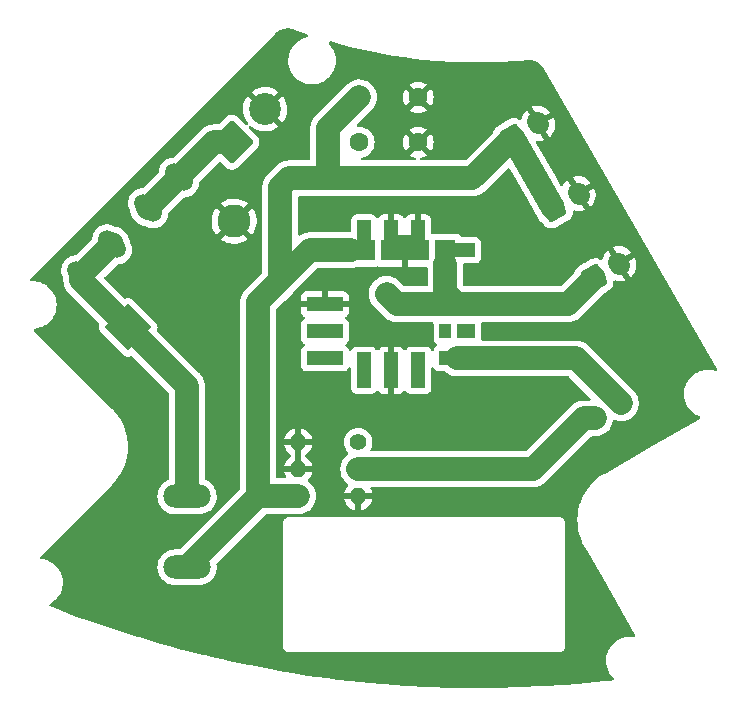
<source format=gbr>
%TF.GenerationSoftware,KiCad,Pcbnew,(6.0.5)*%
%TF.CreationDate,2022-10-17T22:54:22+09:00*%
%TF.ProjectId,psu_board,7073755f-626f-4617-9264-2e6b69636164,rev?*%
%TF.SameCoordinates,Original*%
%TF.FileFunction,Copper,L1,Top*%
%TF.FilePolarity,Positive*%
%FSLAX46Y46*%
G04 Gerber Fmt 4.6, Leading zero omitted, Abs format (unit mm)*
G04 Created by KiCad (PCBNEW (6.0.5)) date 2022-10-17 22:54:22*
%MOMM*%
%LPD*%
G01*
G04 APERTURE LIST*
G04 Aperture macros list*
%AMRoundRect*
0 Rectangle with rounded corners*
0 $1 Rounding radius*
0 $2 $3 $4 $5 $6 $7 $8 $9 X,Y pos of 4 corners*
0 Add a 4 corners polygon primitive as box body*
4,1,4,$2,$3,$4,$5,$6,$7,$8,$9,$2,$3,0*
0 Add four circle primitives for the rounded corners*
1,1,$1+$1,$2,$3*
1,1,$1+$1,$4,$5*
1,1,$1+$1,$6,$7*
1,1,$1+$1,$8,$9*
0 Add four rect primitives between the rounded corners*
20,1,$1+$1,$2,$3,$4,$5,0*
20,1,$1+$1,$4,$5,$6,$7,0*
20,1,$1+$1,$6,$7,$8,$9,0*
20,1,$1+$1,$8,$9,$2,$3,0*%
%AMHorizOval*
0 Thick line with rounded ends*
0 $1 width*
0 $2 $3 position (X,Y) of the first rounded end (center of the circle)*
0 $4 $5 position (X,Y) of the second rounded end (center of the circle)*
0 Add line between two ends*
20,1,$1,$2,$3,$4,$5,0*
0 Add two circle primitives to create the rounded ends*
1,1,$1,$2,$3*
1,1,$1,$4,$5*%
%AMRotRect*
0 Rectangle, with rotation*
0 The origin of the aperture is its center*
0 $1 length*
0 $2 width*
0 $3 Rotation angle, in degrees counterclockwise*
0 Add horizontal line*
21,1,$1,$2,0,0,$3*%
%AMOutline4P*
0 Free polygon, 4 corners , with rotation*
0 The origin of the aperture is its center*
0 number of corners: always 4*
0 $1 to $8 corner X, Y*
0 $9 Rotation angle, in degrees counterclockwise*
0 create outline with 4 corners*
4,1,4,$1,$2,$3,$4,$5,$6,$7,$8,$1,$2,$9*%
G04 Aperture macros list end*
%TA.AperFunction,ComponentPad*%
%ADD10HorizOval,1.500000X-0.424264X0.424264X0.424264X-0.424264X0*%
%TD*%
%TA.AperFunction,ComponentPad*%
%ADD11O,4.000000X2.000000*%
%TD*%
%TA.AperFunction,ComponentPad*%
%ADD12C,1.600000*%
%TD*%
%TA.AperFunction,ComponentPad*%
%ADD13C,1.400000*%
%TD*%
%TA.AperFunction,ComponentPad*%
%ADD14O,1.400000X1.400000*%
%TD*%
%TA.AperFunction,ComponentPad*%
%ADD15RotRect,2.800000X2.800000X45.000000*%
%TD*%
%TA.AperFunction,ComponentPad*%
%ADD16HorizOval,2.800000X0.000000X0.000000X0.000000X0.000000X0*%
%TD*%
%TA.AperFunction,ComponentPad*%
%ADD17RoundRect,0.250000X-0.144615X-0.949519X0.894615X-0.349519X0.144615X0.949519X-0.894615X0.349519X0*%
%TD*%
%TA.AperFunction,ComponentPad*%
%ADD18HorizOval,1.700000X-0.075000X0.129904X0.075000X-0.129904X0*%
%TD*%
%TA.AperFunction,ComponentPad*%
%ADD19RoundRect,0.250001X0.000000X-1.555634X1.555634X0.000000X0.000000X1.555634X-1.555634X0.000000X0*%
%TD*%
%TA.AperFunction,ComponentPad*%
%ADD20C,2.700000*%
%TD*%
%TA.AperFunction,ComponentPad*%
%ADD21C,1.440000*%
%TD*%
%TA.AperFunction,SMDPad,CuDef*%
%ADD22Outline4P,-1.500000X-0.600000X1.500000X-0.600000X1.500000X0.600000X-1.500000X0.600000X0.000000*%
%TD*%
%TA.AperFunction,SMDPad,CuDef*%
%ADD23Outline4P,-0.600000X-1.500000X0.600000X-1.500000X0.600000X1.500000X-0.600000X1.500000X0.000000*%
%TD*%
%TA.AperFunction,SMDPad,CuDef*%
%ADD24Outline4P,-2.035000X-0.885000X2.035000X-0.885000X2.035000X0.885000X-2.035000X0.885000X0.000000*%
%TD*%
%TA.AperFunction,SMDPad,CuDef*%
%ADD25Outline4P,-0.885000X-2.035000X0.885000X-2.035000X0.885000X2.035000X-0.885000X2.035000X0.000000*%
%TD*%
%TA.AperFunction,SMDPad,CuDef*%
%ADD26Outline4P,-0.750000X-0.600000X0.750000X-0.600000X0.750000X0.600000X-0.750000X0.600000X0.000000*%
%TD*%
%TA.AperFunction,SMDPad,CuDef*%
%ADD27Outline4P,-0.500000X-0.600000X0.500000X-0.600000X0.500000X0.600000X-0.500000X0.600000X0.000000*%
%TD*%
%TA.AperFunction,ViaPad*%
%ADD28C,0.800000*%
%TD*%
%TA.AperFunction,Conductor*%
%ADD29C,2.000000*%
%TD*%
G04 APERTURE END LIST*
D10*
%TO.P,F1,1*%
%TO.N,Net-(BT1-Pad1)*%
X130298279Y-92967720D03*
X132914574Y-90351425D03*
%TO.P,F1,2*%
%TO.N,Net-(D1-Pad1)*%
X124641425Y-98624574D03*
X127257720Y-96008279D03*
%TD*%
D11*
%TO.P,SW1,1*%
%TO.N,Net-(D1-Pad1)*%
X133604000Y-117348000D03*
%TO.P,SW1,2*%
%TO.N,+7.5V*%
X133604000Y-123348000D03*
%TD*%
D12*
%TO.P,C2,1*%
%TO.N,+5V*%
X148162000Y-87376000D03*
%TO.P,C2,2*%
%TO.N,GND*%
X153162000Y-87376000D03*
%TD*%
D13*
%TO.P,R2,1*%
%TO.N,Net-(R2-Pad1)*%
X148082000Y-115062000D03*
D14*
%TO.P,R2,2*%
%TO.N,GND*%
X143002000Y-115062000D03*
%TD*%
D15*
%TO.P,D1,1,K*%
%TO.N,Net-(D1-Pad1)*%
X128605872Y-103042129D03*
D16*
%TO.P,D1,2,A*%
%TO.N,GND*%
X137586128Y-94061873D03*
%TD*%
D13*
%TO.P,R3,1*%
%TO.N,+5V*%
X148082000Y-112776000D03*
D14*
%TO.P,R3,2*%
%TO.N,GND*%
X143002000Y-112776000D03*
%TD*%
D12*
%TO.P,C1,1*%
%TO.N,+7.5V*%
X148162000Y-83566000D03*
%TO.P,C1,2*%
%TO.N,GND*%
X153162000Y-83566000D03*
%TD*%
D17*
%TO.P,J1,1,Pin_1*%
%TO.N,+7.5V*%
X161163000Y-87024797D03*
D18*
%TO.P,J1,2,Pin_2*%
%TO.N,GND*%
X163328064Y-85774797D03*
%TD*%
D17*
%TO.P,J3,1,Pin_1*%
%TO.N,+5V*%
X168021000Y-98903202D03*
D18*
%TO.P,J3,2,Pin_2*%
%TO.N,GND*%
X170186064Y-97653202D03*
%TD*%
D19*
%TO.P,BT1,1,+*%
%TO.N,Net-(BT1-Pad1)*%
X137403020Y-87371163D03*
D20*
%TO.P,BT1,2,-*%
%TO.N,GND*%
X140203163Y-84571020D03*
%TD*%
D17*
%TO.P,J2,1,Pin_1*%
%TO.N,+7.5V*%
X164592000Y-92964000D03*
D18*
%TO.P,J2,2,Pin_2*%
%TO.N,GND*%
X166757064Y-91714000D03*
%TD*%
D21*
%TO.P,RV1,1,1*%
%TO.N,Net-(R2-Pad1)*%
X165939636Y-112019000D03*
%TO.P,RV1,2,2*%
X168139341Y-110749000D03*
%TO.P,RV1,3,3*%
%TO.N,Net-(RV1-Pad3)*%
X170339045Y-109479000D03*
%TD*%
D13*
%TO.P,R1,1*%
%TO.N,+7.5V*%
X143002000Y-117348000D03*
D14*
%TO.P,R1,2*%
%TO.N,GND*%
X148082000Y-117348000D03*
%TD*%
D22*
%TO.P,U1,1,ON/OFF_CTRL*%
%TO.N,GND*%
X145276000Y-101092000D03*
%TO.P,U1,2,VIN*%
%TO.N,+7.5V*%
X145276000Y-96512000D03*
D23*
X148586000Y-95492000D03*
D24*
X147441000Y-96512000D03*
D23*
%TO.P,U1,3,GND*%
%TO.N,GND*%
X150876000Y-95492000D03*
D24*
X152021000Y-96512000D03*
D23*
X153166000Y-95492000D03*
D22*
%TO.P,U1,4,VOUT*%
%TO.N,+5V*%
X156476000Y-96512000D03*
D25*
X155476000Y-97657000D03*
D22*
%TO.P,U1,5,SENSE*%
X156476000Y-101092000D03*
%TO.P,U1,6,TRIM*%
%TO.N,Net-(RV1-Pad3)*%
X156476000Y-105672000D03*
D23*
%TO.P,U1,7,GND*%
%TO.N,GND*%
X150876000Y-106692000D03*
%TO.P,U1,8*%
%TO.N,N/C*%
X148586000Y-106692000D03*
D22*
%TO.P,U1,9*%
X145276000Y-105672000D03*
%TO.P,U1,10,PG_OUT*%
%TO.N,unconnected-(U1-Pad10)*%
X145276000Y-103382000D03*
D26*
%TO.P,U1,11*%
%TO.N,N/C*%
X157226000Y-103382000D03*
D23*
%TO.P,U1,12*%
X153166000Y-106692000D03*
D27*
%TO.P,U1,13*%
X155476000Y-103382000D03*
%TD*%
D28*
%TO.N,GND*%
X144018000Y-108966000D03*
X151638000Y-111252000D03*
X152146000Y-92456000D03*
X165100000Y-103378000D03*
X131826000Y-99822000D03*
X159766000Y-103378000D03*
X156210000Y-82296000D03*
X136144000Y-103632000D03*
X155956000Y-93218000D03*
X139954000Y-80772000D03*
X139192000Y-97028000D03*
X130556000Y-115316000D03*
X162052000Y-82042000D03*
X173990000Y-105156000D03*
X124714000Y-104648000D03*
X136652000Y-115570000D03*
X145034000Y-93472000D03*
X136652000Y-111252000D03*
X155956000Y-111252000D03*
X159258000Y-98552000D03*
X135128000Y-96774000D03*
X163830000Y-99060000D03*
X141732000Y-101854000D03*
X160782000Y-90932000D03*
X160274000Y-111252000D03*
X144272000Y-84074000D03*
X156210000Y-87630000D03*
X130556000Y-111252000D03*
X130556000Y-120650000D03*
X161290000Y-94488000D03*
%TO.N,+5V*%
X151638000Y-101092000D03*
X150495000Y-100203000D03*
X153162000Y-101092000D03*
%TD*%
D29*
%TO.N,Net-(BT1-Pad1)*%
X137403020Y-87371163D02*
X135894836Y-87371163D01*
X132914574Y-90351425D02*
X130298279Y-92967720D01*
X135894836Y-87371163D02*
X132914574Y-90351425D01*
%TO.N,+7.5V*%
X147441000Y-96512000D02*
X144026000Y-96512000D01*
X145542000Y-86186000D02*
X145542000Y-90424000D01*
X157763797Y-90424000D02*
X161163000Y-87024797D01*
X139604000Y-100934000D02*
X141478000Y-99060000D01*
X139604000Y-117348000D02*
X133604000Y-123348000D01*
X144026000Y-96512000D02*
X139604000Y-100934000D01*
X145542000Y-90424000D02*
X157763797Y-90424000D01*
X161163000Y-87024797D02*
X164592000Y-92964000D01*
X141478000Y-99060000D02*
X141478000Y-91186000D01*
X148162000Y-83566000D02*
X145542000Y-86186000D01*
X142240000Y-90424000D02*
X145542000Y-90424000D01*
X139604000Y-100934000D02*
X139604000Y-117348000D01*
X143002000Y-117348000D02*
X139604000Y-117348000D01*
X141478000Y-91186000D02*
X142240000Y-90424000D01*
%TO.N,+5V*%
X153162000Y-101092000D02*
X156476000Y-101092000D01*
X155476000Y-97657000D02*
X155476000Y-100092000D01*
X156476000Y-101092000D02*
X165832202Y-101092000D01*
X155476000Y-100092000D02*
X156476000Y-101092000D01*
X165832202Y-101092000D02*
X168021000Y-98903202D01*
X151384000Y-101092000D02*
X150495000Y-100203000D01*
X153162000Y-101092000D02*
X151384000Y-101092000D01*
%TO.N,Net-(D1-Pad1)*%
X124641425Y-98624574D02*
X124641425Y-99077682D01*
X124641425Y-99077682D02*
X128605872Y-103042129D01*
X133604000Y-117348000D02*
X133604000Y-108040258D01*
X133604000Y-108040258D02*
X128605872Y-103042129D01*
X127257720Y-96008279D02*
X124641425Y-98624574D01*
%TO.N,Net-(R2-Pad1)*%
X162896636Y-115062000D02*
X165939636Y-112019000D01*
X148082000Y-115062000D02*
X162896636Y-115062000D01*
X167209636Y-110749000D02*
X165939636Y-112019000D01*
X168139341Y-110749000D02*
X167209636Y-110749000D01*
%TO.N,Net-(RV1-Pad3)*%
X166532045Y-105672000D02*
X156476000Y-105672000D01*
X170339045Y-109479000D02*
X166532045Y-105672000D01*
%TD*%
%TA.AperFunction,Conductor*%
%TO.N,GND*%
G36*
X142223865Y-77732928D02*
G01*
X142415901Y-77759695D01*
X142433405Y-77763418D01*
X142584739Y-77807039D01*
X142605950Y-77815995D01*
X142606138Y-77815597D01*
X142610538Y-77817675D01*
X142614768Y-77820088D01*
X142620388Y-77822229D01*
X142620625Y-77822360D01*
X142620889Y-77822419D01*
X142626498Y-77824556D01*
X142631258Y-77825568D01*
X142633553Y-77826245D01*
X142639688Y-77828226D01*
X143796779Y-78234822D01*
X143854416Y-78276276D01*
X143880492Y-78342311D01*
X143866727Y-78411960D01*
X143817491Y-78463111D01*
X143785982Y-78474934D01*
X143786178Y-78475649D01*
X143522028Y-78547912D01*
X143518080Y-78549596D01*
X143274082Y-78653670D01*
X143274078Y-78653672D01*
X143270130Y-78655356D01*
X143151514Y-78726346D01*
X143038825Y-78793788D01*
X143038821Y-78793791D01*
X143035143Y-78795992D01*
X142821418Y-78967218D01*
X142632908Y-79165866D01*
X142473102Y-79388260D01*
X142344957Y-79630285D01*
X142343485Y-79634308D01*
X142343483Y-79634312D01*
X142300972Y-79750479D01*
X142250843Y-79887461D01*
X142192504Y-80155031D01*
X142171017Y-80428042D01*
X142171434Y-80435280D01*
X142186782Y-80701444D01*
X142239505Y-80970177D01*
X142240892Y-80974227D01*
X142240893Y-80974232D01*
X142312675Y-81183889D01*
X142328212Y-81229268D01*
X142357338Y-81287178D01*
X142426937Y-81425561D01*
X142451260Y-81473923D01*
X142453686Y-81477452D01*
X142453689Y-81477458D01*
X142603943Y-81696077D01*
X142606374Y-81699614D01*
X142790682Y-81902167D01*
X143000775Y-82077831D01*
X143004416Y-82080115D01*
X143229124Y-82221075D01*
X143229128Y-82221077D01*
X143232764Y-82223358D01*
X143300644Y-82254007D01*
X143478445Y-82334288D01*
X143478449Y-82334290D01*
X143482357Y-82336054D01*
X143486477Y-82337274D01*
X143486476Y-82337274D01*
X143740823Y-82412615D01*
X143740827Y-82412616D01*
X143744936Y-82413833D01*
X143749170Y-82414481D01*
X143749175Y-82414482D01*
X144011398Y-82454607D01*
X144011400Y-82454607D01*
X144015640Y-82455256D01*
X144155012Y-82457446D01*
X144285171Y-82459491D01*
X144285177Y-82459491D01*
X144289462Y-82459558D01*
X144561335Y-82426658D01*
X144826227Y-82357165D01*
X144830187Y-82355525D01*
X144830192Y-82355523D01*
X145026099Y-82274375D01*
X145079236Y-82252365D01*
X145315682Y-82114197D01*
X145531189Y-81945218D01*
X145572909Y-81902167D01*
X145718786Y-81751633D01*
X145721769Y-81748555D01*
X145724302Y-81745107D01*
X145724306Y-81745102D01*
X145881357Y-81531302D01*
X145883895Y-81527847D01*
X145911254Y-81477458D01*
X146012518Y-81290954D01*
X146012519Y-81290952D01*
X146014568Y-81287178D01*
X146068954Y-81143249D01*
X146109851Y-81035019D01*
X146109852Y-81035015D01*
X146111369Y-81031001D01*
X146158918Y-80823391D01*
X146171549Y-80768241D01*
X146171550Y-80768237D01*
X146172507Y-80764057D01*
X146178762Y-80693979D01*
X146196631Y-80493751D01*
X146196631Y-80493749D01*
X146196851Y-80491285D01*
X146197293Y-80449124D01*
X146195846Y-80427902D01*
X146178959Y-80180179D01*
X146178958Y-80180173D01*
X146178667Y-80175902D01*
X146123132Y-79907736D01*
X146031717Y-79649589D01*
X145906113Y-79406236D01*
X145898439Y-79395316D01*
X145825119Y-79290993D01*
X145748645Y-79182181D01*
X145621953Y-79045844D01*
X145590236Y-78982329D01*
X145597892Y-78911746D01*
X145642493Y-78856508D01*
X145709878Y-78834151D01*
X145749404Y-78839077D01*
X146213710Y-78973955D01*
X146213724Y-78973959D01*
X146214561Y-78974202D01*
X146215403Y-78974422D01*
X146215419Y-78974426D01*
X147429283Y-79290993D01*
X147429305Y-79290998D01*
X147430124Y-79291212D01*
X147430959Y-79291405D01*
X147430974Y-79291409D01*
X148653152Y-79574363D01*
X148653173Y-79574368D01*
X148653974Y-79574553D01*
X148654762Y-79574713D01*
X148654782Y-79574717D01*
X149878603Y-79822677D01*
X149885177Y-79824009D01*
X149886045Y-79824160D01*
X149886050Y-79824161D01*
X151121927Y-80039239D01*
X151121943Y-80039242D01*
X151122796Y-80039390D01*
X151123639Y-80039513D01*
X151123665Y-80039517D01*
X152059607Y-80175902D01*
X152365887Y-80220533D01*
X152366784Y-80220638D01*
X152366780Y-80220638D01*
X153612651Y-80367198D01*
X153612684Y-80367201D01*
X153613505Y-80367298D01*
X153614338Y-80367373D01*
X153614350Y-80367374D01*
X154863849Y-80479499D01*
X154863856Y-80479500D01*
X154864697Y-80479575D01*
X154865508Y-80479625D01*
X154865544Y-80479628D01*
X156117637Y-80557224D01*
X156117653Y-80557225D01*
X156118512Y-80557278D01*
X156686470Y-80576762D01*
X157373108Y-80600317D01*
X157373136Y-80600318D01*
X157373994Y-80600347D01*
X157374890Y-80600353D01*
X158629280Y-80608744D01*
X158629284Y-80608744D01*
X158630186Y-80608750D01*
X158631090Y-80608731D01*
X158631102Y-80608731D01*
X159885243Y-80582499D01*
X159885272Y-80582498D01*
X159886132Y-80582480D01*
X160409369Y-80557075D01*
X161140053Y-80521598D01*
X161140063Y-80521597D01*
X161140874Y-80521558D01*
X161867635Y-80466131D01*
X162368906Y-80427902D01*
X162376921Y-80427595D01*
X162381024Y-80427910D01*
X162387016Y-80427444D01*
X162387284Y-80427461D01*
X162387546Y-80427402D01*
X162393539Y-80426936D01*
X162398276Y-80425816D01*
X162398283Y-80425815D01*
X162404391Y-80424371D01*
X162431004Y-80421013D01*
X162563065Y-80418524D01*
X162595885Y-80417905D01*
X162613753Y-80418839D01*
X162653562Y-80423772D01*
X162806172Y-80442684D01*
X162823726Y-80446140D01*
X163010823Y-80497001D01*
X163027698Y-80502903D01*
X163205715Y-80579763D01*
X163221594Y-80588003D01*
X163386908Y-80689291D01*
X163401462Y-80699698D01*
X163479148Y-80764057D01*
X163550768Y-80823391D01*
X163563702Y-80835756D01*
X163693981Y-80979353D01*
X163705032Y-80993426D01*
X163727613Y-81026813D01*
X163795420Y-81127070D01*
X163803883Y-81143249D01*
X163807806Y-81150240D01*
X163811045Y-81158612D01*
X163816504Y-81165738D01*
X163816505Y-81165741D01*
X163830405Y-81183889D01*
X163839495Y-81197506D01*
X178494090Y-106580011D01*
X178510828Y-106649006D01*
X178487608Y-106716098D01*
X178431800Y-106759985D01*
X178361125Y-106766734D01*
X178350458Y-106764191D01*
X178104560Y-106694146D01*
X178100318Y-106693542D01*
X178100312Y-106693541D01*
X177899828Y-106665008D01*
X177833437Y-106655559D01*
X177689583Y-106654806D01*
X177563871Y-106654148D01*
X177563865Y-106654148D01*
X177559585Y-106654126D01*
X177555341Y-106654685D01*
X177555337Y-106654685D01*
X177436296Y-106670357D01*
X177288072Y-106689871D01*
X177283932Y-106691004D01*
X177283930Y-106691004D01*
X177211002Y-106710955D01*
X177023922Y-106762134D01*
X177007424Y-106769171D01*
X176775976Y-106867892D01*
X176775972Y-106867894D01*
X176772024Y-106869578D01*
X176653408Y-106940568D01*
X176540719Y-107008010D01*
X176540715Y-107008013D01*
X176537037Y-107010214D01*
X176323312Y-107181440D01*
X176243322Y-107265732D01*
X176169283Y-107343753D01*
X176134802Y-107380088D01*
X175974996Y-107602482D01*
X175846851Y-107844507D01*
X175845379Y-107848530D01*
X175845377Y-107848534D01*
X175804201Y-107961053D01*
X175752737Y-108101683D01*
X175694398Y-108369253D01*
X175672911Y-108642264D01*
X175673328Y-108649502D01*
X175688676Y-108915666D01*
X175741399Y-109184399D01*
X175742786Y-109188449D01*
X175742787Y-109188454D01*
X175825129Y-109428954D01*
X175830106Y-109443490D01*
X175875864Y-109534471D01*
X175933180Y-109648430D01*
X175953154Y-109688145D01*
X175955580Y-109691674D01*
X175955583Y-109691680D01*
X176105837Y-109910299D01*
X176108268Y-109913836D01*
X176111155Y-109917009D01*
X176111156Y-109917010D01*
X176159357Y-109969982D01*
X176292576Y-110116389D01*
X176502669Y-110292053D01*
X176506310Y-110294337D01*
X176731018Y-110435297D01*
X176731022Y-110435299D01*
X176734658Y-110437580D01*
X176984251Y-110550276D01*
X176987165Y-110551139D01*
X177043799Y-110593452D01*
X177068672Y-110659949D01*
X177053646Y-110729337D01*
X177006002Y-110778175D01*
X173095568Y-113035865D01*
X168951586Y-115428394D01*
X168932609Y-115437334D01*
X168918358Y-115442648D01*
X168918350Y-115442651D01*
X168913798Y-115444349D01*
X168902851Y-115450493D01*
X168899024Y-115453499D01*
X168896812Y-115454976D01*
X168890086Y-115459743D01*
X168571286Y-115662838D01*
X168569111Y-115664507D01*
X168261118Y-115900837D01*
X168261112Y-115900842D01*
X168258950Y-115902501D01*
X167968690Y-116168474D01*
X167966839Y-116170494D01*
X167966836Y-116170497D01*
X167711789Y-116448831D01*
X167702716Y-116458732D01*
X167612818Y-116575889D01*
X167464723Y-116768888D01*
X167464715Y-116768900D01*
X167463051Y-116771068D01*
X167461578Y-116773380D01*
X167461576Y-116773383D01*
X167268467Y-117076503D01*
X167251521Y-117103103D01*
X167069734Y-117452310D01*
X166919075Y-117816033D01*
X166918249Y-117818653D01*
X166918246Y-117818661D01*
X166822306Y-118122942D01*
X166800689Y-118191502D01*
X166715479Y-118575861D01*
X166664092Y-118966183D01*
X166663972Y-118968932D01*
X166663971Y-118968943D01*
X166650574Y-119275782D01*
X166646919Y-119359499D01*
X166647039Y-119362247D01*
X166662066Y-119706410D01*
X166664092Y-119752815D01*
X166715479Y-120143138D01*
X166800689Y-120527496D01*
X166919074Y-120902966D01*
X166920122Y-120905497D01*
X166920126Y-120905507D01*
X167017074Y-121139557D01*
X167069734Y-121266688D01*
X167237199Y-121588385D01*
X167240784Y-121596447D01*
X167240815Y-121596433D01*
X167242870Y-121600864D01*
X167244567Y-121605416D01*
X167250711Y-121616363D01*
X167253715Y-121620187D01*
X167267951Y-121638310D01*
X167277984Y-121653143D01*
X168804015Y-124296307D01*
X171567376Y-129082589D01*
X171584114Y-129151584D01*
X171560894Y-129218676D01*
X171505086Y-129262563D01*
X171440504Y-129270332D01*
X171244029Y-129242369D01*
X171100175Y-129241616D01*
X170974463Y-129240958D01*
X170974457Y-129240958D01*
X170970177Y-129240936D01*
X170965933Y-129241495D01*
X170965929Y-129241495D01*
X170846888Y-129257167D01*
X170698664Y-129276681D01*
X170434514Y-129348944D01*
X170430566Y-129350628D01*
X170186568Y-129454702D01*
X170186564Y-129454704D01*
X170182616Y-129456388D01*
X170064000Y-129527378D01*
X169951311Y-129594820D01*
X169951307Y-129594823D01*
X169947629Y-129597024D01*
X169733904Y-129768250D01*
X169545394Y-129966898D01*
X169385588Y-130189292D01*
X169257443Y-130431317D01*
X169255971Y-130435340D01*
X169255969Y-130435344D01*
X169211458Y-130556976D01*
X169163329Y-130688493D01*
X169104990Y-130956063D01*
X169083503Y-131229074D01*
X169083920Y-131236312D01*
X169099268Y-131502476D01*
X169151991Y-131771209D01*
X169153378Y-131775259D01*
X169153379Y-131775264D01*
X169231561Y-132003613D01*
X169240698Y-132030300D01*
X169302222Y-132152628D01*
X169339423Y-132226593D01*
X169363746Y-132274955D01*
X169366172Y-132278484D01*
X169366175Y-132278490D01*
X169510316Y-132488215D01*
X169518860Y-132500646D01*
X169703168Y-132703199D01*
X169706463Y-132705954D01*
X169711015Y-132709760D01*
X169750445Y-132768800D01*
X169751696Y-132839786D01*
X169714370Y-132900179D01*
X169645589Y-132931479D01*
X169489130Y-132950741D01*
X169389055Y-132963062D01*
X169386662Y-132963332D01*
X168943490Y-133009143D01*
X167479521Y-133160473D01*
X167477075Y-133160702D01*
X165566443Y-133320634D01*
X165563994Y-133320815D01*
X163650604Y-133443478D01*
X163648152Y-133443611D01*
X161732788Y-133528954D01*
X161730333Y-133529040D01*
X159813567Y-133577038D01*
X159811121Y-133577075D01*
X159254189Y-133580163D01*
X157893884Y-133587704D01*
X157891428Y-133587694D01*
X155974305Y-133560953D01*
X155971849Y-133560895D01*
X154055605Y-133496792D01*
X154053152Y-133496686D01*
X152138523Y-133395246D01*
X152136072Y-133395092D01*
X150223783Y-133256354D01*
X150221335Y-133256152D01*
X149027973Y-133146154D01*
X148312128Y-133080170D01*
X148309736Y-133079927D01*
X146404232Y-132866756D01*
X146401876Y-132866469D01*
X145509869Y-132749034D01*
X144500958Y-132616208D01*
X144498526Y-132615864D01*
X143363790Y-132443911D01*
X142602800Y-132328594D01*
X142600437Y-132328212D01*
X141357575Y-132115015D01*
X140710703Y-132004052D01*
X140708287Y-132003613D01*
X138981424Y-131672622D01*
X138825294Y-131642696D01*
X138822915Y-131642217D01*
X137103825Y-131277840D01*
X136947219Y-131244646D01*
X136944821Y-131244113D01*
X136083850Y-131044012D01*
X135077312Y-130810079D01*
X135074933Y-130809502D01*
X135064588Y-130806884D01*
X134580854Y-130684473D01*
X133216174Y-130339134D01*
X133213800Y-130338508D01*
X132407715Y-130117721D01*
X141731024Y-130117721D01*
X141733491Y-130126352D01*
X141739150Y-130146153D01*
X141742728Y-130162915D01*
X141746920Y-130192187D01*
X141750634Y-130200355D01*
X141750634Y-130200356D01*
X141757548Y-130215562D01*
X141763996Y-130233086D01*
X141771051Y-130257771D01*
X141775843Y-130265365D01*
X141775844Y-130265368D01*
X141786830Y-130282780D01*
X141794969Y-130297863D01*
X141807208Y-130324782D01*
X141813069Y-130331584D01*
X141823970Y-130344235D01*
X141835073Y-130359239D01*
X141848776Y-130380958D01*
X141855501Y-130386897D01*
X141855504Y-130386901D01*
X141870938Y-130400532D01*
X141882982Y-130412724D01*
X141896427Y-130428327D01*
X141896430Y-130428329D01*
X141902287Y-130435127D01*
X141909816Y-130440007D01*
X141909817Y-130440008D01*
X141923835Y-130449094D01*
X141938709Y-130460385D01*
X141951217Y-130471431D01*
X141957951Y-130477378D01*
X141984711Y-130489942D01*
X141999691Y-130498263D01*
X142016983Y-130509471D01*
X142016988Y-130509473D01*
X142024515Y-130514352D01*
X142033108Y-130516922D01*
X142033113Y-130516924D01*
X142049120Y-130521711D01*
X142066564Y-130528372D01*
X142081676Y-130535467D01*
X142081678Y-130535468D01*
X142089800Y-130539281D01*
X142098667Y-130540662D01*
X142098668Y-130540662D01*
X142108310Y-130542163D01*
X142119017Y-130543830D01*
X142135732Y-130547613D01*
X142155466Y-130553515D01*
X142155472Y-130553516D01*
X142164066Y-130556086D01*
X142173037Y-130556141D01*
X142173038Y-130556141D01*
X142183097Y-130556202D01*
X142198506Y-130556296D01*
X142199289Y-130556329D01*
X142200386Y-130556500D01*
X142231377Y-130556500D01*
X142232147Y-130556502D01*
X142305785Y-130556952D01*
X142305786Y-130556952D01*
X142309721Y-130556976D01*
X142311065Y-130556592D01*
X142312410Y-130556500D01*
X165091377Y-130556500D01*
X165092148Y-130556502D01*
X165169721Y-130556976D01*
X165198152Y-130548850D01*
X165214915Y-130545272D01*
X165215753Y-130545152D01*
X165244187Y-130541080D01*
X165267564Y-130530451D01*
X165285087Y-130524004D01*
X165309771Y-130516949D01*
X165317365Y-130512157D01*
X165317368Y-130512156D01*
X165334780Y-130501170D01*
X165349865Y-130493030D01*
X165376782Y-130480792D01*
X165396235Y-130464030D01*
X165411239Y-130452927D01*
X165432958Y-130439224D01*
X165438897Y-130432499D01*
X165438901Y-130432496D01*
X165452532Y-130417062D01*
X165464724Y-130405018D01*
X165480327Y-130391573D01*
X165480329Y-130391570D01*
X165487127Y-130385713D01*
X165501094Y-130364165D01*
X165512385Y-130349291D01*
X165523431Y-130336783D01*
X165523432Y-130336782D01*
X165529378Y-130330049D01*
X165541943Y-130303287D01*
X165550263Y-130288309D01*
X165561471Y-130271017D01*
X165561473Y-130271012D01*
X165566352Y-130263485D01*
X165568922Y-130254892D01*
X165568924Y-130254887D01*
X165573711Y-130238880D01*
X165580372Y-130221436D01*
X165587467Y-130206324D01*
X165587468Y-130206322D01*
X165591281Y-130198200D01*
X165595830Y-130168983D01*
X165599613Y-130152268D01*
X165605515Y-130132534D01*
X165605516Y-130132528D01*
X165608086Y-130123934D01*
X165608296Y-130089494D01*
X165608329Y-130088711D01*
X165608500Y-130087614D01*
X165608500Y-130056623D01*
X165608502Y-130055853D01*
X165608952Y-129982215D01*
X165608952Y-129982214D01*
X165608976Y-129978279D01*
X165608592Y-129976935D01*
X165608500Y-129975590D01*
X165608500Y-119642623D01*
X165608502Y-119641853D01*
X165608800Y-119593102D01*
X165608976Y-119564279D01*
X165600850Y-119535847D01*
X165597272Y-119519085D01*
X165594352Y-119498698D01*
X165593080Y-119489813D01*
X165582451Y-119466436D01*
X165576004Y-119448913D01*
X165571416Y-119432862D01*
X165568949Y-119424229D01*
X165564156Y-119416632D01*
X165553170Y-119399220D01*
X165545030Y-119384135D01*
X165542564Y-119378711D01*
X165532792Y-119357218D01*
X165516030Y-119337765D01*
X165504927Y-119322761D01*
X165491224Y-119301042D01*
X165484499Y-119295103D01*
X165484496Y-119295099D01*
X165469062Y-119281468D01*
X165457018Y-119269276D01*
X165443573Y-119253673D01*
X165443570Y-119253671D01*
X165437713Y-119246873D01*
X165424009Y-119237990D01*
X165416165Y-119232906D01*
X165401291Y-119221615D01*
X165388783Y-119210569D01*
X165388782Y-119210568D01*
X165382049Y-119204622D01*
X165355287Y-119192057D01*
X165340309Y-119183737D01*
X165323017Y-119172529D01*
X165323012Y-119172527D01*
X165315485Y-119167648D01*
X165306892Y-119165078D01*
X165306887Y-119165076D01*
X165290880Y-119160289D01*
X165273436Y-119153628D01*
X165258324Y-119146533D01*
X165258322Y-119146532D01*
X165250200Y-119142719D01*
X165241333Y-119141338D01*
X165241332Y-119141338D01*
X165230478Y-119139648D01*
X165220983Y-119138170D01*
X165204268Y-119134387D01*
X165184534Y-119128485D01*
X165184528Y-119128484D01*
X165175934Y-119125914D01*
X165166963Y-119125859D01*
X165166962Y-119125859D01*
X165156903Y-119125798D01*
X165141494Y-119125704D01*
X165140711Y-119125671D01*
X165139614Y-119125500D01*
X165108623Y-119125500D01*
X165107853Y-119125498D01*
X165034215Y-119125048D01*
X165034214Y-119125048D01*
X165030279Y-119125024D01*
X165028935Y-119125408D01*
X165027590Y-119125500D01*
X142248623Y-119125500D01*
X142247853Y-119125498D01*
X142247037Y-119125493D01*
X142170279Y-119125024D01*
X142148863Y-119131145D01*
X142141847Y-119133150D01*
X142125085Y-119136728D01*
X142095813Y-119140920D01*
X142087645Y-119144634D01*
X142087644Y-119144634D01*
X142072438Y-119151548D01*
X142054914Y-119157996D01*
X142030229Y-119165051D01*
X142022635Y-119169843D01*
X142022632Y-119169844D01*
X142005220Y-119180830D01*
X141990137Y-119188969D01*
X141963218Y-119201208D01*
X141956416Y-119207069D01*
X141943765Y-119217970D01*
X141928761Y-119229073D01*
X141907042Y-119242776D01*
X141901103Y-119249501D01*
X141901099Y-119249504D01*
X141887468Y-119264938D01*
X141875276Y-119276982D01*
X141859673Y-119290427D01*
X141859671Y-119290430D01*
X141852873Y-119296287D01*
X141847993Y-119303816D01*
X141847992Y-119303817D01*
X141838906Y-119317835D01*
X141827615Y-119332709D01*
X141816569Y-119345217D01*
X141810622Y-119351951D01*
X141804312Y-119365391D01*
X141798058Y-119378711D01*
X141789737Y-119393691D01*
X141778529Y-119410983D01*
X141778527Y-119410988D01*
X141773648Y-119418515D01*
X141771078Y-119427108D01*
X141771076Y-119427113D01*
X141766289Y-119443120D01*
X141759628Y-119460564D01*
X141753443Y-119473738D01*
X141748719Y-119483800D01*
X141747338Y-119492667D01*
X141747338Y-119492668D01*
X141744170Y-119513015D01*
X141740387Y-119529732D01*
X141734485Y-119549466D01*
X141734484Y-119549472D01*
X141731914Y-119558066D01*
X141731859Y-119567037D01*
X141731859Y-119567038D01*
X141731704Y-119592497D01*
X141731671Y-119593289D01*
X141731500Y-119594386D01*
X141731500Y-119625377D01*
X141731498Y-119626147D01*
X141731024Y-119703721D01*
X141731408Y-119705065D01*
X141731500Y-119706410D01*
X141731500Y-130039377D01*
X141731498Y-130040147D01*
X141731024Y-130117721D01*
X132407715Y-130117721D01*
X131364634Y-129832021D01*
X131362271Y-129831349D01*
X129523276Y-129288902D01*
X129520928Y-129288184D01*
X129371543Y-129240936D01*
X127692885Y-128710006D01*
X127690636Y-128709271D01*
X126785144Y-128403341D01*
X125874121Y-128095542D01*
X125871802Y-128094733D01*
X124805978Y-127711331D01*
X124067626Y-127445728D01*
X124065402Y-127444903D01*
X122274277Y-126760879D01*
X122271991Y-126759981D01*
X122029510Y-126661921D01*
X121973856Y-126617839D01*
X121950871Y-126550666D01*
X121967850Y-126481730D01*
X122013177Y-126436323D01*
X122193862Y-126330739D01*
X122193863Y-126330738D01*
X122197565Y-126328575D01*
X122413072Y-126159596D01*
X122603652Y-125962933D01*
X122606185Y-125959485D01*
X122606189Y-125959480D01*
X122763240Y-125745680D01*
X122765778Y-125742225D01*
X122821315Y-125639939D01*
X122894401Y-125505332D01*
X122894402Y-125505330D01*
X122896451Y-125501556D01*
X122993252Y-125245379D01*
X123034156Y-125066781D01*
X123053432Y-124982619D01*
X123053433Y-124982615D01*
X123054390Y-124978435D01*
X123062893Y-124883167D01*
X123078514Y-124708129D01*
X123078514Y-124708127D01*
X123078734Y-124705663D01*
X123079176Y-124663502D01*
X123076009Y-124617047D01*
X123060842Y-124394557D01*
X123060841Y-124394551D01*
X123060550Y-124390280D01*
X123005015Y-124122114D01*
X122913600Y-123863967D01*
X122814532Y-123672026D01*
X122789961Y-123624421D01*
X122789961Y-123624420D01*
X122787996Y-123620614D01*
X122770129Y-123595191D01*
X122637051Y-123405841D01*
X122633520Y-123400817D01*
X131091514Y-123400817D01*
X131092095Y-123405837D01*
X131092095Y-123405841D01*
X131116946Y-123620614D01*
X131119415Y-123641956D01*
X131120791Y-123646820D01*
X131120792Y-123646823D01*
X131166476Y-123808266D01*
X131185510Y-123875532D01*
X131187644Y-123880108D01*
X131187646Y-123880114D01*
X131244446Y-124001922D01*
X131288099Y-124095536D01*
X131290940Y-124099717D01*
X131290941Y-124099718D01*
X131309014Y-124126311D01*
X131424544Y-124296307D01*
X131591332Y-124472681D01*
X131595358Y-124475759D01*
X131595359Y-124475760D01*
X131780154Y-124617047D01*
X131780158Y-124617050D01*
X131784174Y-124620120D01*
X131998109Y-124734831D01*
X132227631Y-124813862D01*
X132326978Y-124831022D01*
X132462926Y-124854504D01*
X132462932Y-124854505D01*
X132466836Y-124855179D01*
X132470797Y-124855359D01*
X132470798Y-124855359D01*
X132494506Y-124856436D01*
X132494525Y-124856436D01*
X132495925Y-124856500D01*
X133579984Y-124856500D01*
X133583502Y-124856549D01*
X133678150Y-124859193D01*
X133678153Y-124859193D01*
X133683205Y-124859334D01*
X133696150Y-124857607D01*
X133712812Y-124856500D01*
X134665001Y-124856500D01*
X134667509Y-124856298D01*
X134667514Y-124856298D01*
X134840924Y-124842346D01*
X134840929Y-124842345D01*
X134845965Y-124841940D01*
X134850873Y-124840734D01*
X134850876Y-124840734D01*
X135076792Y-124785244D01*
X135081706Y-124784037D01*
X135086358Y-124782062D01*
X135086362Y-124782061D01*
X135300498Y-124691165D01*
X135305156Y-124689188D01*
X135411037Y-124622511D01*
X135506288Y-124562528D01*
X135506291Y-124562526D01*
X135510567Y-124559833D01*
X135611421Y-124470919D01*
X135688858Y-124402650D01*
X135688861Y-124402647D01*
X135692655Y-124399302D01*
X135846734Y-124211722D01*
X135968841Y-124001922D01*
X136019224Y-123870669D01*
X136054020Y-123780022D01*
X136054021Y-123780018D01*
X136055833Y-123775298D01*
X136088148Y-123620614D01*
X136104440Y-123542631D01*
X136104440Y-123542627D01*
X136105474Y-123537680D01*
X136116486Y-123295183D01*
X136100078Y-123153369D01*
X136089645Y-123063204D01*
X136101685Y-122993236D01*
X136125715Y-122959627D01*
X140191937Y-118893405D01*
X140254249Y-118859379D01*
X140281032Y-118856500D01*
X143063001Y-118856500D01*
X143065509Y-118856298D01*
X143065514Y-118856298D01*
X143238924Y-118842346D01*
X143238929Y-118842345D01*
X143243965Y-118841940D01*
X143248873Y-118840734D01*
X143248876Y-118840734D01*
X143474792Y-118785244D01*
X143479706Y-118784037D01*
X143484358Y-118782062D01*
X143484362Y-118782061D01*
X143698498Y-118691165D01*
X143703156Y-118689188D01*
X143809037Y-118622511D01*
X143904288Y-118562528D01*
X143904291Y-118562526D01*
X143908567Y-118559833D01*
X144007422Y-118472681D01*
X144086858Y-118402650D01*
X144086861Y-118402647D01*
X144090655Y-118399302D01*
X144188589Y-118280075D01*
X144241526Y-118215628D01*
X144241528Y-118215625D01*
X144244734Y-118211722D01*
X144366841Y-118001922D01*
X144437188Y-117818661D01*
X144452020Y-117780022D01*
X144452021Y-117780018D01*
X144453833Y-117775298D01*
X144455415Y-117767727D01*
X144487421Y-117614522D01*
X146902801Y-117614522D01*
X146941092Y-117757423D01*
X146944842Y-117767727D01*
X147029521Y-117949323D01*
X147034998Y-117958811D01*
X147149925Y-118122942D01*
X147156981Y-118131350D01*
X147298650Y-118273019D01*
X147307058Y-118280075D01*
X147471189Y-118395002D01*
X147480677Y-118400479D01*
X147662273Y-118485158D01*
X147672577Y-118488908D01*
X147810503Y-118525866D01*
X147824599Y-118525530D01*
X147828000Y-118517588D01*
X147828000Y-118512439D01*
X148336000Y-118512439D01*
X148339973Y-118525970D01*
X148348522Y-118527199D01*
X148491423Y-118488908D01*
X148501727Y-118485158D01*
X148683323Y-118400479D01*
X148692811Y-118395002D01*
X148856942Y-118280075D01*
X148865350Y-118273019D01*
X149007019Y-118131350D01*
X149014075Y-118122942D01*
X149129002Y-117958811D01*
X149134479Y-117949323D01*
X149219158Y-117767727D01*
X149222908Y-117757423D01*
X149259866Y-117619497D01*
X149259530Y-117605401D01*
X149251588Y-117602000D01*
X148354115Y-117602000D01*
X148338876Y-117606475D01*
X148337671Y-117607865D01*
X148336000Y-117615548D01*
X148336000Y-118512439D01*
X147828000Y-118512439D01*
X147828000Y-117620115D01*
X147823525Y-117604876D01*
X147822135Y-117603671D01*
X147814452Y-117602000D01*
X146917561Y-117602000D01*
X146904030Y-117605973D01*
X146902801Y-117614522D01*
X144487421Y-117614522D01*
X144502440Y-117542631D01*
X144502440Y-117542627D01*
X144503474Y-117537680D01*
X144514486Y-117295183D01*
X144513905Y-117290159D01*
X144487167Y-117059071D01*
X144487166Y-117059067D01*
X144486585Y-117054044D01*
X144447517Y-116915978D01*
X144421866Y-116825331D01*
X144420490Y-116820468D01*
X144418356Y-116815892D01*
X144418354Y-116815886D01*
X144320038Y-116605046D01*
X144320036Y-116605042D01*
X144317901Y-116600464D01*
X144299368Y-116573193D01*
X144204698Y-116433893D01*
X144181456Y-116399693D01*
X144014668Y-116223319D01*
X143865133Y-116108991D01*
X143823166Y-116051728D01*
X143818821Y-115980864D01*
X143852568Y-115919801D01*
X143927019Y-115845350D01*
X143934075Y-115836942D01*
X144049002Y-115672811D01*
X144054479Y-115663323D01*
X144139158Y-115481727D01*
X144142908Y-115471423D01*
X144179866Y-115333497D01*
X144179530Y-115319401D01*
X144171588Y-115316000D01*
X141837561Y-115316000D01*
X141824030Y-115319973D01*
X141822801Y-115328522D01*
X141861092Y-115471423D01*
X141864842Y-115481727D01*
X141948088Y-115660251D01*
X141958749Y-115730443D01*
X141929768Y-115795255D01*
X141870348Y-115834111D01*
X141833893Y-115839500D01*
X141238500Y-115839500D01*
X141170379Y-115819498D01*
X141123886Y-115765842D01*
X141112500Y-115713500D01*
X141112500Y-113042522D01*
X141822801Y-113042522D01*
X141861092Y-113185423D01*
X141864842Y-113195727D01*
X141949521Y-113377323D01*
X141954998Y-113386811D01*
X142069925Y-113550942D01*
X142076981Y-113559350D01*
X142218650Y-113701019D01*
X142227058Y-113708075D01*
X142380886Y-113815787D01*
X142425214Y-113871244D01*
X142432523Y-113941864D01*
X142400492Y-114005224D01*
X142380886Y-114022213D01*
X142227058Y-114129925D01*
X142218650Y-114136981D01*
X142076981Y-114278650D01*
X142069925Y-114287058D01*
X141954998Y-114451189D01*
X141949521Y-114460677D01*
X141864842Y-114642273D01*
X141861092Y-114652577D01*
X141824134Y-114790503D01*
X141824470Y-114804599D01*
X141832412Y-114808000D01*
X142729885Y-114808000D01*
X142745124Y-114803525D01*
X142746329Y-114802135D01*
X142748000Y-114794452D01*
X142748000Y-114789885D01*
X143256000Y-114789885D01*
X143260475Y-114805124D01*
X143261865Y-114806329D01*
X143269548Y-114808000D01*
X144166439Y-114808000D01*
X144179970Y-114804027D01*
X144181199Y-114795478D01*
X144142908Y-114652577D01*
X144139158Y-114642273D01*
X144054479Y-114460677D01*
X144049002Y-114451189D01*
X143934075Y-114287058D01*
X143927019Y-114278650D01*
X143785350Y-114136981D01*
X143776942Y-114129925D01*
X143623114Y-114022213D01*
X143578786Y-113966756D01*
X143571477Y-113896136D01*
X143603508Y-113832776D01*
X143623114Y-113815787D01*
X143776942Y-113708075D01*
X143785350Y-113701019D01*
X143927019Y-113559350D01*
X143934075Y-113550942D01*
X144049002Y-113386811D01*
X144054479Y-113377323D01*
X144139158Y-113195727D01*
X144142908Y-113185423D01*
X144179866Y-113047497D01*
X144179530Y-113033401D01*
X144171588Y-113030000D01*
X143274115Y-113030000D01*
X143258876Y-113034475D01*
X143257671Y-113035865D01*
X143256000Y-113043548D01*
X143256000Y-114789885D01*
X142748000Y-114789885D01*
X142748000Y-113048115D01*
X142743525Y-113032876D01*
X142742135Y-113031671D01*
X142734452Y-113030000D01*
X141837561Y-113030000D01*
X141824030Y-113033973D01*
X141822801Y-113042522D01*
X141112500Y-113042522D01*
X141112500Y-112504503D01*
X141824134Y-112504503D01*
X141824470Y-112518599D01*
X141832412Y-112522000D01*
X142729885Y-112522000D01*
X142745124Y-112517525D01*
X142746329Y-112516135D01*
X142748000Y-112508452D01*
X142748000Y-112503885D01*
X143256000Y-112503885D01*
X143260475Y-112519124D01*
X143261865Y-112520329D01*
X143269548Y-112522000D01*
X144166439Y-112522000D01*
X144179970Y-112518027D01*
X144181199Y-112509478D01*
X144142908Y-112366577D01*
X144139158Y-112356273D01*
X144054479Y-112174677D01*
X144049002Y-112165189D01*
X143934075Y-112001058D01*
X143927019Y-111992650D01*
X143785350Y-111850981D01*
X143776942Y-111843925D01*
X143612811Y-111728998D01*
X143603323Y-111723521D01*
X143421727Y-111638842D01*
X143411423Y-111635092D01*
X143273497Y-111598134D01*
X143259401Y-111598470D01*
X143256000Y-111606412D01*
X143256000Y-112503885D01*
X142748000Y-112503885D01*
X142748000Y-111611561D01*
X142744027Y-111598030D01*
X142735478Y-111596801D01*
X142592577Y-111635092D01*
X142582273Y-111638842D01*
X142400677Y-111723521D01*
X142391189Y-111728998D01*
X142227058Y-111843925D01*
X142218650Y-111850981D01*
X142076981Y-111992650D01*
X142069925Y-112001058D01*
X141954998Y-112165189D01*
X141949521Y-112174677D01*
X141864842Y-112356273D01*
X141861092Y-112366577D01*
X141824134Y-112504503D01*
X141112500Y-112504503D01*
X141112500Y-106320134D01*
X143267500Y-106320134D01*
X143274255Y-106382316D01*
X143325385Y-106518705D01*
X143412739Y-106635261D01*
X143529295Y-106722615D01*
X143665684Y-106773745D01*
X143727866Y-106780500D01*
X146824134Y-106780500D01*
X146886316Y-106773745D01*
X147022705Y-106722615D01*
X147139261Y-106635261D01*
X147226615Y-106518705D01*
X147233518Y-106500292D01*
X147276159Y-106443527D01*
X147342720Y-106418827D01*
X147412069Y-106434034D01*
X147462188Y-106484320D01*
X147477500Y-106544521D01*
X147477500Y-108240134D01*
X147484255Y-108302316D01*
X147535385Y-108438705D01*
X147622739Y-108555261D01*
X147739295Y-108642615D01*
X147875684Y-108693745D01*
X147937866Y-108700500D01*
X149234134Y-108700500D01*
X149296316Y-108693745D01*
X149432705Y-108642615D01*
X149549261Y-108555261D01*
X149598312Y-108489813D01*
X149630487Y-108446882D01*
X149687346Y-108404367D01*
X149758165Y-108399341D01*
X149820458Y-108433401D01*
X149832140Y-108446883D01*
X149907716Y-108547725D01*
X149920276Y-108560285D01*
X150022351Y-108636786D01*
X150037946Y-108645324D01*
X150158394Y-108690478D01*
X150173649Y-108694105D01*
X150224514Y-108699631D01*
X150231328Y-108700000D01*
X150603885Y-108700000D01*
X150619124Y-108695525D01*
X150620329Y-108694135D01*
X150622000Y-108686452D01*
X150622000Y-104702116D01*
X150617525Y-104686877D01*
X150616135Y-104685672D01*
X150608452Y-104684001D01*
X150231331Y-104684001D01*
X150224510Y-104684371D01*
X150173648Y-104689895D01*
X150158396Y-104693521D01*
X150037946Y-104738676D01*
X150022351Y-104747214D01*
X149920276Y-104823715D01*
X149907716Y-104836275D01*
X149832140Y-104937117D01*
X149775281Y-104979633D01*
X149704462Y-104984659D01*
X149642169Y-104950599D01*
X149630487Y-104937118D01*
X149554643Y-104835920D01*
X149554642Y-104835919D01*
X149549261Y-104828739D01*
X149432705Y-104741385D01*
X149296316Y-104690255D01*
X149234134Y-104683500D01*
X147937866Y-104683500D01*
X147875684Y-104690255D01*
X147739295Y-104741385D01*
X147622739Y-104828739D01*
X147535385Y-104945295D01*
X147532233Y-104953704D01*
X147532232Y-104953705D01*
X147519737Y-104987035D01*
X147477096Y-105043800D01*
X147410534Y-105068500D01*
X147341185Y-105053293D01*
X147291067Y-105003007D01*
X147279172Y-104971953D01*
X147278598Y-104969540D01*
X147277745Y-104961684D01*
X147273590Y-104950599D01*
X147229767Y-104833703D01*
X147226615Y-104825295D01*
X147139261Y-104708739D01*
X147031299Y-104627826D01*
X146988784Y-104570967D01*
X146983758Y-104500148D01*
X147017818Y-104437855D01*
X147031299Y-104426174D01*
X147132081Y-104350642D01*
X147139261Y-104345261D01*
X147226615Y-104228705D01*
X147277745Y-104092316D01*
X147284500Y-104030134D01*
X147284500Y-102733866D01*
X147277745Y-102671684D01*
X147226615Y-102535295D01*
X147139261Y-102418739D01*
X147126336Y-102409052D01*
X147030882Y-102337513D01*
X146988367Y-102280654D01*
X146983341Y-102209835D01*
X147017401Y-102147542D01*
X147030883Y-102135860D01*
X147131725Y-102060284D01*
X147144285Y-102047724D01*
X147220786Y-101945649D01*
X147229324Y-101930054D01*
X147274478Y-101809606D01*
X147278105Y-101794351D01*
X147283631Y-101743486D01*
X147284000Y-101736672D01*
X147284000Y-101364115D01*
X147279525Y-101348876D01*
X147278135Y-101347671D01*
X147270452Y-101346000D01*
X143286116Y-101346000D01*
X143270877Y-101350475D01*
X143269672Y-101351865D01*
X143268001Y-101359548D01*
X143268001Y-101736669D01*
X143268371Y-101743490D01*
X143273895Y-101794352D01*
X143277521Y-101809604D01*
X143322676Y-101930054D01*
X143331214Y-101945649D01*
X143407715Y-102047724D01*
X143420275Y-102060284D01*
X143521117Y-102135860D01*
X143563633Y-102192719D01*
X143568659Y-102263538D01*
X143534599Y-102325831D01*
X143521118Y-102337513D01*
X143425664Y-102409052D01*
X143412739Y-102418739D01*
X143325385Y-102535295D01*
X143274255Y-102671684D01*
X143267500Y-102733866D01*
X143267500Y-104030134D01*
X143274255Y-104092316D01*
X143325385Y-104228705D01*
X143412739Y-104345261D01*
X143419919Y-104350642D01*
X143520701Y-104426174D01*
X143563216Y-104483033D01*
X143568242Y-104553852D01*
X143534182Y-104616145D01*
X143520702Y-104627825D01*
X143412739Y-104708739D01*
X143325385Y-104825295D01*
X143274255Y-104961684D01*
X143267500Y-105023866D01*
X143267500Y-106320134D01*
X141112500Y-106320134D01*
X141112500Y-101611031D01*
X141132502Y-101542910D01*
X141149405Y-101521936D01*
X141589577Y-101081764D01*
X141851456Y-100819885D01*
X143268000Y-100819885D01*
X143272475Y-100835124D01*
X143273865Y-100836329D01*
X143281548Y-100838000D01*
X145003885Y-100838000D01*
X145019124Y-100833525D01*
X145020329Y-100832135D01*
X145022000Y-100824452D01*
X145022000Y-100819885D01*
X145530000Y-100819885D01*
X145534475Y-100835124D01*
X145535865Y-100836329D01*
X145543548Y-100838000D01*
X147265884Y-100838000D01*
X147281123Y-100833525D01*
X147282328Y-100832135D01*
X147283999Y-100824452D01*
X147283999Y-100447331D01*
X147283629Y-100440510D01*
X147278105Y-100389648D01*
X147274479Y-100374396D01*
X147229324Y-100253946D01*
X147220786Y-100238351D01*
X147144285Y-100136276D01*
X147131724Y-100123715D01*
X147029649Y-100047214D01*
X147014054Y-100038676D01*
X146893606Y-99993522D01*
X146878351Y-99989895D01*
X146827486Y-99984369D01*
X146820672Y-99984000D01*
X145548115Y-99984000D01*
X145532876Y-99988475D01*
X145531671Y-99989865D01*
X145530000Y-99997548D01*
X145530000Y-100819885D01*
X145022000Y-100819885D01*
X145022000Y-100002116D01*
X145017525Y-99986877D01*
X145016135Y-99985672D01*
X145008452Y-99984001D01*
X143731331Y-99984001D01*
X143724510Y-99984371D01*
X143673648Y-99989895D01*
X143658396Y-99993521D01*
X143537946Y-100038676D01*
X143522351Y-100047214D01*
X143420276Y-100123715D01*
X143407715Y-100136276D01*
X143331214Y-100238351D01*
X143322676Y-100253946D01*
X143277522Y-100374394D01*
X143273895Y-100389649D01*
X143268369Y-100440514D01*
X143268000Y-100447328D01*
X143268000Y-100819885D01*
X141851456Y-100819885D01*
X142527684Y-100143658D01*
X142530206Y-100141204D01*
X142554074Y-100118633D01*
X142602681Y-100072668D01*
X142607115Y-100066869D01*
X142610615Y-100062292D01*
X142621615Y-100049727D01*
X144613937Y-98057405D01*
X144676249Y-98023379D01*
X144703032Y-98020500D01*
X147502001Y-98020500D01*
X147504509Y-98020298D01*
X147504514Y-98020298D01*
X147677924Y-98006346D01*
X147677929Y-98006345D01*
X147682965Y-98005940D01*
X147687873Y-98004734D01*
X147687876Y-98004734D01*
X147913792Y-97949244D01*
X147918706Y-97948037D01*
X147923358Y-97946062D01*
X147923362Y-97946061D01*
X147995321Y-97915516D01*
X148044553Y-97905500D01*
X149524134Y-97905500D01*
X149586316Y-97898745D01*
X149687484Y-97860819D01*
X149758289Y-97855636D01*
X149775942Y-97860819D01*
X149868394Y-97895478D01*
X149883649Y-97899105D01*
X149934514Y-97904631D01*
X149941328Y-97905000D01*
X151748885Y-97905000D01*
X151764124Y-97900525D01*
X151765329Y-97899135D01*
X151767000Y-97891452D01*
X151767000Y-96384000D01*
X151787002Y-96315879D01*
X151840658Y-96269386D01*
X151893000Y-96258000D01*
X152149000Y-96258000D01*
X152217121Y-96278002D01*
X152263614Y-96331658D01*
X152275000Y-96384000D01*
X152275000Y-97886884D01*
X152279475Y-97902123D01*
X152280865Y-97903328D01*
X152288548Y-97904999D01*
X153841500Y-97904999D01*
X153909621Y-97925001D01*
X153956114Y-97978657D01*
X153967500Y-98030999D01*
X153967500Y-99457500D01*
X153947498Y-99525621D01*
X153893842Y-99572114D01*
X153841500Y-99583500D01*
X152061031Y-99583500D01*
X151992910Y-99563498D01*
X151971936Y-99546595D01*
X151518536Y-99093195D01*
X151516626Y-99091569D01*
X151516619Y-99091563D01*
X151384132Y-98978808D01*
X151384130Y-98978806D01*
X151380280Y-98975530D01*
X151172642Y-98849779D01*
X150947571Y-98758845D01*
X150782650Y-98721376D01*
X150715787Y-98706185D01*
X150715784Y-98706184D01*
X150710856Y-98705065D01*
X150705809Y-98704747D01*
X150705806Y-98704747D01*
X150485350Y-98690877D01*
X150468587Y-98689822D01*
X150280524Y-98708263D01*
X150232025Y-98713018D01*
X150232024Y-98713018D01*
X150226998Y-98713511D01*
X149992304Y-98775519D01*
X149987687Y-98777575D01*
X149987686Y-98777575D01*
X149953387Y-98792846D01*
X149770544Y-98874254D01*
X149567422Y-99007174D01*
X149514575Y-99055430D01*
X149399959Y-99160088D01*
X149388164Y-99170858D01*
X149328069Y-99246679D01*
X149240527Y-99357129D01*
X149240523Y-99357135D01*
X149237382Y-99361098D01*
X149175004Y-99472711D01*
X149126193Y-99560048D01*
X149118955Y-99572998D01*
X149112070Y-99591914D01*
X149044035Y-99778838D01*
X149035930Y-99801105D01*
X149034982Y-99806074D01*
X149034981Y-99806078D01*
X148994251Y-100019594D01*
X148990444Y-100039553D01*
X148983666Y-100282205D01*
X148984335Y-100287218D01*
X148984335Y-100287220D01*
X149000528Y-100408579D01*
X149015771Y-100522820D01*
X149017233Y-100527661D01*
X149017233Y-100527663D01*
X149074743Y-100718144D01*
X149085933Y-100755208D01*
X149192346Y-100973388D01*
X149332274Y-101171747D01*
X149351909Y-101193250D01*
X150300325Y-102141666D01*
X150302779Y-102144188D01*
X150346060Y-102189956D01*
X150371332Y-102216681D01*
X150417601Y-102252056D01*
X150433757Y-102264408D01*
X150438892Y-102268552D01*
X150498720Y-102319470D01*
X150503045Y-102322089D01*
X150503050Y-102322093D01*
X150526824Y-102336491D01*
X150538071Y-102344163D01*
X150564174Y-102364120D01*
X150625255Y-102396871D01*
X150633401Y-102401239D01*
X150639126Y-102404504D01*
X150706358Y-102445221D01*
X150736817Y-102457527D01*
X150749158Y-102463307D01*
X150778109Y-102478831D01*
X150782890Y-102480477D01*
X150782894Y-102480479D01*
X150852401Y-102504412D01*
X150858579Y-102506722D01*
X150872962Y-102512533D01*
X150931429Y-102536155D01*
X150936369Y-102537277D01*
X150936368Y-102537277D01*
X150963460Y-102543432D01*
X150976559Y-102547163D01*
X151007631Y-102557862D01*
X151085100Y-102571243D01*
X151091504Y-102572523D01*
X151168144Y-102589935D01*
X151200953Y-102591999D01*
X151214453Y-102593585D01*
X151246836Y-102599179D01*
X151250793Y-102599359D01*
X151250796Y-102599359D01*
X151274506Y-102600436D01*
X151274525Y-102600436D01*
X151275925Y-102600500D01*
X151332108Y-102600500D01*
X151340019Y-102600749D01*
X151410413Y-102605178D01*
X151451992Y-102601101D01*
X151464288Y-102600500D01*
X154341899Y-102600500D01*
X154410020Y-102620502D01*
X154456513Y-102674158D01*
X154467616Y-102732794D01*
X154467500Y-102733866D01*
X154467500Y-104030134D01*
X154474255Y-104092316D01*
X154525385Y-104228705D01*
X154612739Y-104345261D01*
X154619919Y-104350642D01*
X154720701Y-104426174D01*
X154763216Y-104483033D01*
X154768242Y-104553852D01*
X154734182Y-104616145D01*
X154720702Y-104627825D01*
X154612739Y-104708739D01*
X154525385Y-104825295D01*
X154522233Y-104833703D01*
X154478411Y-104950599D01*
X154474255Y-104961684D01*
X154473402Y-104969540D01*
X154472828Y-104971953D01*
X154437610Y-105033599D01*
X154374655Y-105066419D01*
X154303950Y-105059993D01*
X154247943Y-105016361D01*
X154232263Y-104987035D01*
X154219768Y-104953705D01*
X154219767Y-104953704D01*
X154216615Y-104945295D01*
X154129261Y-104828739D01*
X154012705Y-104741385D01*
X153876316Y-104690255D01*
X153814134Y-104683500D01*
X152517866Y-104683500D01*
X152455684Y-104690255D01*
X152319295Y-104741385D01*
X152202739Y-104828739D01*
X152197358Y-104835919D01*
X152197357Y-104835920D01*
X152121513Y-104937118D01*
X152064654Y-104979633D01*
X151993835Y-104984659D01*
X151931542Y-104950599D01*
X151919860Y-104937117D01*
X151844284Y-104836275D01*
X151831724Y-104823715D01*
X151729649Y-104747214D01*
X151714054Y-104738676D01*
X151593606Y-104693522D01*
X151578351Y-104689895D01*
X151527486Y-104684369D01*
X151520672Y-104684000D01*
X151148115Y-104684000D01*
X151132876Y-104688475D01*
X151131671Y-104689865D01*
X151130000Y-104697548D01*
X151130000Y-108681884D01*
X151134475Y-108697123D01*
X151135865Y-108698328D01*
X151143548Y-108699999D01*
X151520669Y-108699999D01*
X151527490Y-108699629D01*
X151578352Y-108694105D01*
X151593604Y-108690479D01*
X151714054Y-108645324D01*
X151729649Y-108636786D01*
X151831724Y-108560285D01*
X151844284Y-108547725D01*
X151919860Y-108446883D01*
X151976719Y-108404367D01*
X152047538Y-108399341D01*
X152109831Y-108433401D01*
X152121513Y-108446882D01*
X152153688Y-108489813D01*
X152202739Y-108555261D01*
X152319295Y-108642615D01*
X152455684Y-108693745D01*
X152517866Y-108700500D01*
X153814134Y-108700500D01*
X153876316Y-108693745D01*
X154012705Y-108642615D01*
X154129261Y-108555261D01*
X154216615Y-108438705D01*
X154267745Y-108302316D01*
X154274500Y-108240134D01*
X154274500Y-106544521D01*
X154294502Y-106476400D01*
X154348158Y-106429907D01*
X154418432Y-106419803D01*
X154483012Y-106449297D01*
X154518482Y-106500292D01*
X154525385Y-106518705D01*
X154612739Y-106635261D01*
X154729295Y-106722615D01*
X154865684Y-106773745D01*
X154927866Y-106780500D01*
X155399520Y-106780500D01*
X155467641Y-106800502D01*
X155476049Y-106806404D01*
X155652154Y-106941047D01*
X155652158Y-106941050D01*
X155656174Y-106944120D01*
X155870109Y-107058831D01*
X156099631Y-107137862D01*
X156198978Y-107155022D01*
X156334926Y-107178504D01*
X156334932Y-107178505D01*
X156338836Y-107179179D01*
X156342797Y-107179359D01*
X156342798Y-107179359D01*
X156366506Y-107180436D01*
X156366525Y-107180436D01*
X156367925Y-107180500D01*
X165855014Y-107180500D01*
X165923135Y-107200502D01*
X165944109Y-107217405D01*
X167752109Y-109025405D01*
X167786135Y-109087717D01*
X167781070Y-109158532D01*
X167738523Y-109215368D01*
X167672003Y-109240179D01*
X167663014Y-109240500D01*
X167233638Y-109240500D01*
X167230119Y-109240451D01*
X167135486Y-109237807D01*
X167135483Y-109237807D01*
X167130431Y-109237666D01*
X167052538Y-109248059D01*
X167045997Y-109248758D01*
X167017304Y-109251067D01*
X166972713Y-109254654D01*
X166972709Y-109254655D01*
X166967671Y-109255060D01*
X166935758Y-109262899D01*
X166922378Y-109265426D01*
X166889816Y-109269771D01*
X166884975Y-109271232D01*
X166884973Y-109271233D01*
X166814607Y-109292478D01*
X166808246Y-109294219D01*
X166731930Y-109312963D01*
X166727270Y-109314941D01*
X166701685Y-109325801D01*
X166688875Y-109330438D01*
X166657428Y-109339933D01*
X166652880Y-109342151D01*
X166652873Y-109342154D01*
X166586818Y-109374371D01*
X166580816Y-109377107D01*
X166539182Y-109394780D01*
X166508480Y-109407812D01*
X166484168Y-109423123D01*
X166480680Y-109425319D01*
X166468776Y-109431945D01*
X166439248Y-109446346D01*
X166435111Y-109449265D01*
X166435110Y-109449265D01*
X166375039Y-109491641D01*
X166369550Y-109495301D01*
X166307350Y-109534471D01*
X166303069Y-109537167D01*
X166299280Y-109540508D01*
X166299274Y-109540512D01*
X166278419Y-109558898D01*
X166267724Y-109567344D01*
X166240889Y-109586274D01*
X166219386Y-109605909D01*
X166179670Y-109645625D01*
X166173900Y-109651044D01*
X166124778Y-109694350D01*
X166124775Y-109694353D01*
X166120981Y-109697698D01*
X166117771Y-109701606D01*
X166117770Y-109701607D01*
X166094457Y-109729989D01*
X166086187Y-109739108D01*
X162308700Y-113516595D01*
X162246388Y-113550621D01*
X162219605Y-113553500D01*
X149250658Y-113553500D01*
X149182537Y-113533498D01*
X149136044Y-113479842D01*
X149125940Y-113409568D01*
X149136463Y-113374250D01*
X149219633Y-113195892D01*
X149219634Y-113195891D01*
X149221956Y-113190910D01*
X149260384Y-113047497D01*
X149275262Y-112991970D01*
X149275262Y-112991968D01*
X149276686Y-112986655D01*
X149295116Y-112776000D01*
X149276686Y-112565345D01*
X149264301Y-112519124D01*
X149223379Y-112366400D01*
X149223378Y-112366398D01*
X149221956Y-112361090D01*
X149166862Y-112242940D01*
X149134912Y-112174423D01*
X149134910Y-112174420D01*
X149132589Y-112169442D01*
X149011301Y-111996224D01*
X148861776Y-111846699D01*
X148688558Y-111725411D01*
X148683580Y-111723090D01*
X148683577Y-111723088D01*
X148501892Y-111638367D01*
X148501891Y-111638366D01*
X148496910Y-111636044D01*
X148491602Y-111634622D01*
X148491600Y-111634621D01*
X148297970Y-111582738D01*
X148297968Y-111582738D01*
X148292655Y-111581314D01*
X148082000Y-111562884D01*
X147871345Y-111581314D01*
X147866032Y-111582738D01*
X147866030Y-111582738D01*
X147672400Y-111634621D01*
X147672398Y-111634622D01*
X147667090Y-111636044D01*
X147662109Y-111638366D01*
X147662108Y-111638367D01*
X147480423Y-111723088D01*
X147480420Y-111723090D01*
X147475442Y-111725411D01*
X147302224Y-111846699D01*
X147152699Y-111996224D01*
X147031411Y-112169442D01*
X147029090Y-112174420D01*
X147029088Y-112174423D01*
X146997138Y-112242940D01*
X146942044Y-112361090D01*
X146940622Y-112366398D01*
X146940621Y-112366400D01*
X146899699Y-112519124D01*
X146887314Y-112565345D01*
X146868884Y-112776000D01*
X146887314Y-112986655D01*
X146888738Y-112991968D01*
X146888738Y-112991970D01*
X146903617Y-113047497D01*
X146942044Y-113190910D01*
X147031411Y-113382558D01*
X147152699Y-113555776D01*
X147230513Y-113633590D01*
X147264539Y-113695902D01*
X147259474Y-113766717D01*
X147216927Y-113823553D01*
X147208561Y-113829305D01*
X147179712Y-113847472D01*
X147179709Y-113847474D01*
X147175433Y-113850167D01*
X147171639Y-113853512D01*
X146997142Y-114007350D01*
X146997139Y-114007353D01*
X146993345Y-114010698D01*
X146990135Y-114014606D01*
X146990134Y-114014607D01*
X146889616Y-114136981D01*
X146839266Y-114198278D01*
X146717159Y-114408078D01*
X146630167Y-114634702D01*
X146629133Y-114639652D01*
X146629132Y-114639655D01*
X146594674Y-114804599D01*
X146580526Y-114872320D01*
X146569514Y-115114817D01*
X146570095Y-115119837D01*
X146570095Y-115119841D01*
X146594241Y-115328522D01*
X146597415Y-115355956D01*
X146598791Y-115360820D01*
X146598792Y-115360823D01*
X146623101Y-115446728D01*
X146663510Y-115589532D01*
X146665644Y-115594108D01*
X146665646Y-115594114D01*
X146763962Y-115804954D01*
X146766099Y-115809536D01*
X146902544Y-116010307D01*
X147069332Y-116186681D01*
X147218867Y-116301009D01*
X147260834Y-116358272D01*
X147265179Y-116429136D01*
X147231432Y-116490199D01*
X147156981Y-116564650D01*
X147149925Y-116573058D01*
X147034998Y-116737189D01*
X147029521Y-116746677D01*
X146944842Y-116928273D01*
X146941092Y-116938577D01*
X146904134Y-117076503D01*
X146904470Y-117090599D01*
X146912412Y-117094000D01*
X149246439Y-117094000D01*
X149259970Y-117090027D01*
X149261199Y-117081478D01*
X149222908Y-116938577D01*
X149219158Y-116928273D01*
X149135912Y-116749749D01*
X149125251Y-116679557D01*
X149154232Y-116614745D01*
X149213652Y-116575889D01*
X149250107Y-116570500D01*
X162872620Y-116570500D01*
X162876138Y-116570549D01*
X162970786Y-116573193D01*
X162970789Y-116573193D01*
X162975841Y-116573334D01*
X163053734Y-116562941D01*
X163060275Y-116562242D01*
X163088968Y-116559933D01*
X163133559Y-116556346D01*
X163133563Y-116556345D01*
X163138601Y-116555940D01*
X163170514Y-116548101D01*
X163183894Y-116545574D01*
X163216456Y-116541229D01*
X163221297Y-116539768D01*
X163221299Y-116539767D01*
X163291665Y-116518522D01*
X163298028Y-116516781D01*
X163374342Y-116498037D01*
X163404588Y-116485199D01*
X163417399Y-116480561D01*
X163443998Y-116472530D01*
X163448844Y-116471067D01*
X163453392Y-116468849D01*
X163453399Y-116468846D01*
X163519454Y-116436629D01*
X163525456Y-116433893D01*
X163570140Y-116414925D01*
X163597792Y-116403188D01*
X163625592Y-116385681D01*
X163637496Y-116379055D01*
X163667024Y-116364654D01*
X163678222Y-116356755D01*
X163693798Y-116345767D01*
X163731236Y-116319357D01*
X163736722Y-116315699D01*
X163798922Y-116276529D01*
X163798923Y-116276528D01*
X163803203Y-116273833D01*
X163806992Y-116270492D01*
X163806998Y-116270488D01*
X163827853Y-116252102D01*
X163838548Y-116243656D01*
X163841499Y-116241574D01*
X163865383Y-116224726D01*
X163886886Y-116205091D01*
X163926602Y-116165375D01*
X163932372Y-116159956D01*
X163981494Y-116116650D01*
X163981497Y-116116647D01*
X163985291Y-116113302D01*
X164011815Y-116081011D01*
X164020085Y-116071892D01*
X167049441Y-113042536D01*
X167797573Y-112294405D01*
X167859885Y-112260379D01*
X167886668Y-112257500D01*
X168200342Y-112257500D01*
X168202850Y-112257298D01*
X168202855Y-112257298D01*
X168376265Y-112243346D01*
X168376270Y-112243345D01*
X168381306Y-112242940D01*
X168386214Y-112241734D01*
X168386217Y-112241734D01*
X168612133Y-112186244D01*
X168617047Y-112185037D01*
X168621699Y-112183062D01*
X168621703Y-112183061D01*
X168835839Y-112092165D01*
X168840497Y-112090188D01*
X168982032Y-112001058D01*
X169041629Y-111963528D01*
X169041632Y-111963526D01*
X169045908Y-111960833D01*
X169178952Y-111843540D01*
X169224199Y-111803650D01*
X169224202Y-111803647D01*
X169227996Y-111800302D01*
X169231207Y-111796393D01*
X169378867Y-111616628D01*
X169378869Y-111616625D01*
X169382075Y-111612722D01*
X169504182Y-111402922D01*
X169562102Y-111252035D01*
X169589361Y-111181022D01*
X169589362Y-111181018D01*
X169591174Y-111176298D01*
X169632111Y-110980345D01*
X169665621Y-110917755D01*
X169727650Y-110883217D01*
X169802647Y-110889287D01*
X169886474Y-110923155D01*
X169891405Y-110924275D01*
X169891404Y-110924275D01*
X170118258Y-110975815D01*
X170118261Y-110975816D01*
X170123189Y-110976935D01*
X170128236Y-110977253D01*
X170128239Y-110977253D01*
X170348695Y-110991123D01*
X170357607Y-110991684D01*
X170360404Y-110991860D01*
X170365458Y-110992178D01*
X170553521Y-110973737D01*
X170602020Y-110968982D01*
X170602021Y-110968982D01*
X170607047Y-110968489D01*
X170841741Y-110906481D01*
X171063501Y-110807746D01*
X171266623Y-110674826D01*
X171403024Y-110550276D01*
X171442148Y-110514551D01*
X171442150Y-110514549D01*
X171445881Y-110511142D01*
X171522940Y-110413917D01*
X171593518Y-110324871D01*
X171593522Y-110324865D01*
X171596663Y-110320902D01*
X171704640Y-110127700D01*
X171712620Y-110113422D01*
X171712621Y-110113419D01*
X171715090Y-110109002D01*
X171773741Y-109947861D01*
X171796384Y-109885652D01*
X171796385Y-109885647D01*
X171798115Y-109880895D01*
X171843601Y-109642447D01*
X171848997Y-109449265D01*
X171850238Y-109404850D01*
X171850238Y-109404847D01*
X171850379Y-109399795D01*
X171842197Y-109338470D01*
X171818943Y-109164194D01*
X171818274Y-109159180D01*
X171790330Y-109066625D01*
X171749577Y-108931643D01*
X171749575Y-108931639D01*
X171748112Y-108926792D01*
X171641699Y-108708612D01*
X171501771Y-108510253D01*
X171482136Y-108488750D01*
X167615720Y-104622334D01*
X167613266Y-104619812D01*
X167548183Y-104550988D01*
X167548180Y-104550986D01*
X167544713Y-104547319D01*
X167482284Y-104499589D01*
X167477153Y-104495448D01*
X167421178Y-104447809D01*
X167421177Y-104447808D01*
X167417325Y-104444530D01*
X167413000Y-104441911D01*
X167412995Y-104441907D01*
X167389221Y-104427509D01*
X167377974Y-104419837D01*
X167351871Y-104399880D01*
X167282637Y-104362757D01*
X167276913Y-104359493D01*
X167209687Y-104318779D01*
X167179226Y-104306472D01*
X167166886Y-104300692D01*
X167142395Y-104287560D01*
X167142396Y-104287560D01*
X167137936Y-104285169D01*
X167133155Y-104283523D01*
X167133151Y-104283521D01*
X167063644Y-104259588D01*
X167057466Y-104257278D01*
X166989311Y-104229742D01*
X166989312Y-104229742D01*
X166984616Y-104227845D01*
X166952584Y-104220568D01*
X166939486Y-104216837D01*
X166908414Y-104206138D01*
X166830945Y-104192757D01*
X166824541Y-104191477D01*
X166747901Y-104174065D01*
X166715092Y-104172001D01*
X166701592Y-104170415D01*
X166669209Y-104164821D01*
X166665252Y-104164641D01*
X166665249Y-104164641D01*
X166641539Y-104163564D01*
X166641520Y-104163564D01*
X166640120Y-104163500D01*
X166583937Y-104163500D01*
X166576025Y-104163251D01*
X166570431Y-104162899D01*
X166505632Y-104158822D01*
X166466590Y-104162650D01*
X166464053Y-104162899D01*
X166451757Y-104163500D01*
X158610101Y-104163500D01*
X158541980Y-104143498D01*
X158495487Y-104089842D01*
X158484384Y-104031206D01*
X158484500Y-104030134D01*
X158484500Y-102733866D01*
X158484391Y-102732864D01*
X158500574Y-102664212D01*
X158551636Y-102614885D01*
X158610101Y-102600500D01*
X165808186Y-102600500D01*
X165811704Y-102600549D01*
X165906352Y-102603193D01*
X165906355Y-102603193D01*
X165911407Y-102603334D01*
X165989300Y-102592941D01*
X165995841Y-102592242D01*
X166024534Y-102589933D01*
X166069125Y-102586346D01*
X166069129Y-102586345D01*
X166074167Y-102585940D01*
X166106080Y-102578101D01*
X166119460Y-102575574D01*
X166152022Y-102571229D01*
X166156863Y-102569768D01*
X166156865Y-102569767D01*
X166227231Y-102548522D01*
X166233594Y-102546781D01*
X166247229Y-102543432D01*
X166309908Y-102528037D01*
X166340154Y-102515199D01*
X166352965Y-102510561D01*
X166379564Y-102502530D01*
X166384410Y-102501067D01*
X166388958Y-102498849D01*
X166388965Y-102498846D01*
X166455020Y-102466629D01*
X166461022Y-102463893D01*
X166524773Y-102436832D01*
X166533358Y-102433188D01*
X166561158Y-102415681D01*
X166573062Y-102409055D01*
X166602590Y-102394654D01*
X166666802Y-102349357D01*
X166672288Y-102345699D01*
X166734488Y-102306529D01*
X166734489Y-102306528D01*
X166738769Y-102303833D01*
X166742558Y-102300492D01*
X166742564Y-102300488D01*
X166763419Y-102282102D01*
X166774114Y-102273656D01*
X166788457Y-102263538D01*
X166800949Y-102254726D01*
X166822452Y-102235091D01*
X166862168Y-102195375D01*
X166867938Y-102189956D01*
X166917060Y-102146650D01*
X166917063Y-102146647D01*
X166920857Y-102143302D01*
X166947381Y-102111011D01*
X166955651Y-102101892D01*
X168935510Y-100122033D01*
X168961605Y-100102009D01*
X169335688Y-99886032D01*
X169338513Y-99884401D01*
X169424622Y-99822015D01*
X169541936Y-99689648D01*
X169625652Y-99533844D01*
X169657592Y-99414224D01*
X169669392Y-99370033D01*
X169669392Y-99370030D01*
X169671280Y-99362961D01*
X169672387Y-99324554D01*
X169674630Y-99246679D01*
X169676221Y-99191425D01*
X169698176Y-99123910D01*
X169753148Y-99078981D01*
X169823684Y-99070905D01*
X169837638Y-99074149D01*
X169984225Y-99117153D01*
X169994644Y-99119272D01*
X170212949Y-99144725D01*
X170223582Y-99145059D01*
X170443060Y-99133365D01*
X170453594Y-99131903D01*
X170667960Y-99083397D01*
X170678097Y-99080182D01*
X170692472Y-99074242D01*
X170703641Y-99065257D01*
X170700333Y-99051942D01*
X169948897Y-97750417D01*
X170537414Y-97750417D01*
X170539807Y-97757905D01*
X171139130Y-98795960D01*
X171149336Y-98805692D01*
X171159287Y-98801708D01*
X171248976Y-98721376D01*
X171256272Y-98713634D01*
X171392946Y-98541506D01*
X171398826Y-98532655D01*
X171504542Y-98339957D01*
X171508852Y-98330229D01*
X171580590Y-98122478D01*
X171583197Y-98112179D01*
X171618907Y-97895298D01*
X171619740Y-97884711D01*
X171618397Y-97664909D01*
X171617434Y-97654337D01*
X171579077Y-97437907D01*
X171576344Y-97427637D01*
X171501674Y-97219660D01*
X171498368Y-97212065D01*
X171496374Y-97208203D01*
X171486674Y-97198892D01*
X171484978Y-97198560D01*
X171477302Y-97200999D01*
X170548722Y-97737115D01*
X170537762Y-97748610D01*
X170537414Y-97750417D01*
X169948897Y-97750417D01*
X169839094Y-97560232D01*
X169232998Y-96510442D01*
X169222792Y-96500711D01*
X169212841Y-96504695D01*
X169123151Y-96585028D01*
X169115855Y-96592770D01*
X168979183Y-96764898D01*
X168973302Y-96773749D01*
X168867585Y-96966447D01*
X168863277Y-96976168D01*
X168791538Y-97183925D01*
X168788930Y-97194230D01*
X168782287Y-97234575D01*
X168751483Y-97298541D01*
X168690986Y-97335698D01*
X168620004Y-97334250D01*
X168598331Y-97325099D01*
X168446738Y-97243647D01*
X168275855Y-97198018D01*
X168268542Y-97197807D01*
X168268540Y-97197807D01*
X168195078Y-97195691D01*
X168099057Y-97192925D01*
X168059897Y-97200999D01*
X167932566Y-97227252D01*
X167932565Y-97227252D01*
X167925830Y-97228641D01*
X167919557Y-97231454D01*
X167919556Y-97231454D01*
X167898043Y-97241100D01*
X167830013Y-97271603D01*
X167827220Y-97273215D01*
X167827221Y-97273215D01*
X167316602Y-97568020D01*
X167308838Y-97572148D01*
X167255159Y-97598330D01*
X167255156Y-97598331D01*
X167250612Y-97600548D01*
X167222328Y-97620500D01*
X167211777Y-97627943D01*
X167202147Y-97634101D01*
X166742294Y-97899598D01*
X166703487Y-97922003D01*
X166617378Y-97984389D01*
X166500064Y-98116756D01*
X166416348Y-98272560D01*
X166391346Y-98366197D01*
X166387933Y-98378978D01*
X166355293Y-98435568D01*
X165244266Y-99546595D01*
X165181954Y-99580621D01*
X165155171Y-99583500D01*
X157153031Y-99583500D01*
X157084910Y-99563498D01*
X157063936Y-99546595D01*
X157021405Y-99504064D01*
X156987379Y-99441752D01*
X156984500Y-99414969D01*
X156984500Y-97746500D01*
X157004502Y-97678379D01*
X157058158Y-97631886D01*
X157110500Y-97620500D01*
X158024134Y-97620500D01*
X158086316Y-97613745D01*
X158222705Y-97562615D01*
X158339261Y-97475261D01*
X158426615Y-97358705D01*
X158477745Y-97222316D01*
X158484500Y-97160134D01*
X158484500Y-96241147D01*
X169668486Y-96241147D01*
X169671795Y-96254464D01*
X170269977Y-97290543D01*
X170281472Y-97301503D01*
X170283280Y-97301852D01*
X170290767Y-97299459D01*
X171216049Y-96765247D01*
X171226606Y-96754175D01*
X171222450Y-96742852D01*
X171162733Y-96657090D01*
X171155950Y-96648920D01*
X171001749Y-96492277D01*
X170993687Y-96485366D01*
X170815305Y-96356949D01*
X170806186Y-96351492D01*
X170608717Y-96254965D01*
X170598811Y-96251123D01*
X170387902Y-96189250D01*
X170377485Y-96187131D01*
X170159180Y-96161679D01*
X170148546Y-96161345D01*
X169929068Y-96173039D01*
X169918534Y-96174501D01*
X169704165Y-96223008D01*
X169694032Y-96226222D01*
X169679656Y-96232162D01*
X169668486Y-96241147D01*
X158484500Y-96241147D01*
X158484500Y-95863866D01*
X158477745Y-95801684D01*
X158426615Y-95665295D01*
X158339261Y-95548739D01*
X158222705Y-95461385D01*
X158086316Y-95410255D01*
X158024134Y-95403500D01*
X156895781Y-95403500D01*
X156827660Y-95383498D01*
X156794955Y-95353065D01*
X156729643Y-95265920D01*
X156729642Y-95265919D01*
X156724261Y-95258739D01*
X156607705Y-95171385D01*
X156471316Y-95120255D01*
X156409134Y-95113500D01*
X154542866Y-95113500D01*
X154480684Y-95120255D01*
X154473286Y-95123028D01*
X154473279Y-95123030D01*
X154444227Y-95133921D01*
X154373420Y-95139104D01*
X154311052Y-95105182D01*
X154276923Y-95042927D01*
X154273999Y-95015939D01*
X154273999Y-93947331D01*
X154273629Y-93940510D01*
X154268105Y-93889648D01*
X154264479Y-93874396D01*
X154219324Y-93753946D01*
X154210786Y-93738351D01*
X154134285Y-93636276D01*
X154121724Y-93623715D01*
X154019649Y-93547214D01*
X154004054Y-93538676D01*
X153883606Y-93493522D01*
X153868351Y-93489895D01*
X153817486Y-93484369D01*
X153810672Y-93484000D01*
X153438115Y-93484000D01*
X153422876Y-93488475D01*
X153421671Y-93489865D01*
X153420000Y-93497548D01*
X153420000Y-95620000D01*
X153399998Y-95688121D01*
X153346342Y-95734614D01*
X153294000Y-95746000D01*
X150748000Y-95746000D01*
X150679879Y-95725998D01*
X150633386Y-95672342D01*
X150622000Y-95620000D01*
X150622000Y-95219885D01*
X151130000Y-95219885D01*
X151134475Y-95235124D01*
X151135865Y-95236329D01*
X151143548Y-95238000D01*
X152893885Y-95238000D01*
X152909124Y-95233525D01*
X152910329Y-95232135D01*
X152912000Y-95224452D01*
X152912000Y-93502116D01*
X152907525Y-93486877D01*
X152906135Y-93485672D01*
X152898452Y-93484001D01*
X152521331Y-93484001D01*
X152514510Y-93484371D01*
X152463648Y-93489895D01*
X152448396Y-93493521D01*
X152327946Y-93538676D01*
X152312351Y-93547214D01*
X152210276Y-93623715D01*
X152197715Y-93636276D01*
X152121826Y-93737535D01*
X152064967Y-93780050D01*
X151994149Y-93785076D01*
X151931855Y-93751016D01*
X151920174Y-93737535D01*
X151844285Y-93636276D01*
X151831724Y-93623715D01*
X151729649Y-93547214D01*
X151714054Y-93538676D01*
X151593606Y-93493522D01*
X151578351Y-93489895D01*
X151527486Y-93484369D01*
X151520672Y-93484000D01*
X151148115Y-93484000D01*
X151132876Y-93488475D01*
X151131671Y-93489865D01*
X151130000Y-93497548D01*
X151130000Y-95219885D01*
X150622000Y-95219885D01*
X150622000Y-93502116D01*
X150617525Y-93486877D01*
X150616135Y-93485672D01*
X150608452Y-93484001D01*
X150231331Y-93484001D01*
X150224510Y-93484371D01*
X150173648Y-93489895D01*
X150158396Y-93493521D01*
X150037946Y-93538676D01*
X150022351Y-93547214D01*
X149920276Y-93623715D01*
X149907716Y-93636275D01*
X149832140Y-93737117D01*
X149775281Y-93779633D01*
X149704462Y-93784659D01*
X149642169Y-93750599D01*
X149630487Y-93737118D01*
X149554643Y-93635920D01*
X149554642Y-93635919D01*
X149549261Y-93628739D01*
X149432705Y-93541385D01*
X149296316Y-93490255D01*
X149234134Y-93483500D01*
X147937866Y-93483500D01*
X147875684Y-93490255D01*
X147739295Y-93541385D01*
X147622739Y-93628739D01*
X147535385Y-93745295D01*
X147484255Y-93881684D01*
X147477500Y-93943866D01*
X147477500Y-94877500D01*
X147457498Y-94945621D01*
X147403842Y-94992114D01*
X147351500Y-95003500D01*
X144050002Y-95003500D01*
X144046483Y-95003451D01*
X143951850Y-95000807D01*
X143951847Y-95000807D01*
X143946795Y-95000666D01*
X143868902Y-95011059D01*
X143862361Y-95011758D01*
X143833668Y-95014067D01*
X143789077Y-95017654D01*
X143789073Y-95017655D01*
X143784035Y-95018060D01*
X143752122Y-95025899D01*
X143738742Y-95028426D01*
X143706180Y-95032771D01*
X143701339Y-95034232D01*
X143701337Y-95034233D01*
X143630971Y-95055478D01*
X143624610Y-95057219D01*
X143548294Y-95075963D01*
X143543634Y-95077941D01*
X143518049Y-95088801D01*
X143505239Y-95093438D01*
X143473792Y-95102933D01*
X143469244Y-95105151D01*
X143469237Y-95105154D01*
X143403182Y-95137371D01*
X143397180Y-95140107D01*
X143360608Y-95155631D01*
X143324844Y-95170812D01*
X143315382Y-95176771D01*
X143297044Y-95188319D01*
X143285140Y-95194945D01*
X143255612Y-95209346D01*
X143217362Y-95236329D01*
X143191403Y-95254641D01*
X143185919Y-95258298D01*
X143179645Y-95262249D01*
X143111345Y-95281626D01*
X143043410Y-95261000D01*
X142997411Y-95206920D01*
X142986500Y-95155631D01*
X142986500Y-92058500D01*
X143006502Y-91990379D01*
X143060158Y-91943886D01*
X143112500Y-91932500D01*
X145504188Y-91932500D01*
X145509903Y-91932630D01*
X145594817Y-91936486D01*
X145599837Y-91935905D01*
X145599841Y-91935905D01*
X145622050Y-91933335D01*
X145636532Y-91932500D01*
X157739781Y-91932500D01*
X157743299Y-91932549D01*
X157837947Y-91935193D01*
X157837950Y-91935193D01*
X157843002Y-91935334D01*
X157920895Y-91924941D01*
X157927436Y-91924242D01*
X157956129Y-91921933D01*
X158000720Y-91918346D01*
X158000724Y-91918345D01*
X158005762Y-91917940D01*
X158037675Y-91910101D01*
X158051055Y-91907574D01*
X158083617Y-91903229D01*
X158088458Y-91901768D01*
X158088460Y-91901767D01*
X158158826Y-91880522D01*
X158165189Y-91878781D01*
X158241503Y-91860037D01*
X158271749Y-91847199D01*
X158284560Y-91842561D01*
X158311159Y-91834530D01*
X158316005Y-91833067D01*
X158320553Y-91830849D01*
X158320560Y-91830846D01*
X158386615Y-91798629D01*
X158392617Y-91795893D01*
X158437301Y-91776926D01*
X158464953Y-91765188D01*
X158492753Y-91747681D01*
X158504657Y-91741055D01*
X158534185Y-91726654D01*
X158598397Y-91681357D01*
X158603883Y-91677699D01*
X158666083Y-91638529D01*
X158666084Y-91638528D01*
X158670364Y-91635833D01*
X158674153Y-91632492D01*
X158674159Y-91632488D01*
X158695014Y-91614102D01*
X158705709Y-91605656D01*
X158708660Y-91603574D01*
X158732544Y-91586726D01*
X158754047Y-91567091D01*
X158793763Y-91527375D01*
X158799533Y-91521956D01*
X158848655Y-91478650D01*
X158848658Y-91478647D01*
X158852452Y-91475302D01*
X158878976Y-91443011D01*
X158887246Y-91433892D01*
X160723447Y-89597691D01*
X160785759Y-89563665D01*
X160856574Y-89568730D01*
X160913410Y-89611277D01*
X160921658Y-89623782D01*
X162429343Y-92235168D01*
X163304518Y-93751016D01*
X163316101Y-93771079D01*
X163317538Y-93773162D01*
X163404371Y-93899032D01*
X163419193Y-93920518D01*
X163422687Y-93924161D01*
X163422689Y-93924164D01*
X163583709Y-94092075D01*
X163583714Y-94092079D01*
X163587209Y-94095724D01*
X163705901Y-94185165D01*
X163725217Y-94199721D01*
X163758506Y-94237348D01*
X163815704Y-94336417D01*
X163878091Y-94422526D01*
X164010458Y-94539840D01*
X164016908Y-94543306D01*
X164016910Y-94543307D01*
X164132471Y-94605399D01*
X164166262Y-94623555D01*
X164337145Y-94669184D01*
X164344458Y-94669395D01*
X164344460Y-94669395D01*
X164417922Y-94671511D01*
X164513943Y-94674277D01*
X164625525Y-94651271D01*
X164680434Y-94639950D01*
X164680435Y-94639950D01*
X164687170Y-94638561D01*
X164782987Y-94595599D01*
X165313501Y-94289307D01*
X165318498Y-94286571D01*
X165389487Y-94249774D01*
X165393984Y-94247443D01*
X165416004Y-94231089D01*
X165428113Y-94223135D01*
X165909513Y-93945199D01*
X165995622Y-93882813D01*
X166112936Y-93750446D01*
X166196652Y-93594642D01*
X166221358Y-93502116D01*
X166240392Y-93430831D01*
X166240392Y-93430828D01*
X166242280Y-93423759D01*
X166242513Y-93415695D01*
X166244460Y-93348089D01*
X166247221Y-93252223D01*
X166269176Y-93184708D01*
X166324148Y-93139779D01*
X166394684Y-93131703D01*
X166408638Y-93134947D01*
X166555225Y-93177951D01*
X166565644Y-93180070D01*
X166783949Y-93205523D01*
X166794582Y-93205857D01*
X167014060Y-93194163D01*
X167024594Y-93192701D01*
X167238960Y-93144195D01*
X167249097Y-93140980D01*
X167263472Y-93135040D01*
X167274641Y-93126055D01*
X167271333Y-93112740D01*
X166519897Y-91811215D01*
X167108414Y-91811215D01*
X167110807Y-91818703D01*
X167710130Y-92856758D01*
X167720336Y-92866490D01*
X167730287Y-92862506D01*
X167819976Y-92782174D01*
X167827272Y-92774432D01*
X167963946Y-92602304D01*
X167969826Y-92593453D01*
X168075542Y-92400755D01*
X168079852Y-92391027D01*
X168151590Y-92183276D01*
X168154197Y-92172977D01*
X168189907Y-91956096D01*
X168190740Y-91945509D01*
X168189397Y-91725707D01*
X168188434Y-91715135D01*
X168150077Y-91498705D01*
X168147344Y-91488435D01*
X168072674Y-91280458D01*
X168069368Y-91272863D01*
X168067374Y-91269001D01*
X168057674Y-91259690D01*
X168055978Y-91259358D01*
X168048302Y-91261797D01*
X167119722Y-91797913D01*
X167108762Y-91809408D01*
X167108414Y-91811215D01*
X166519897Y-91811215D01*
X166410094Y-91621030D01*
X165803998Y-90571240D01*
X165793792Y-90561509D01*
X165783841Y-90565493D01*
X165694151Y-90645826D01*
X165686855Y-90653568D01*
X165550183Y-90825696D01*
X165544302Y-90834547D01*
X165437642Y-91028964D01*
X165387340Y-91079067D01*
X165317936Y-91094021D01*
X165251465Y-91069078D01*
X165218057Y-91031362D01*
X164796928Y-90301945D01*
X166239486Y-90301945D01*
X166242795Y-90315262D01*
X166840977Y-91351341D01*
X166852472Y-91362301D01*
X166854280Y-91362650D01*
X166861767Y-91360257D01*
X167787049Y-90826045D01*
X167797606Y-90814973D01*
X167793450Y-90803650D01*
X167733733Y-90717888D01*
X167726950Y-90709718D01*
X167572749Y-90553075D01*
X167564687Y-90546164D01*
X167386305Y-90417747D01*
X167377186Y-90412290D01*
X167179717Y-90315763D01*
X167169811Y-90311921D01*
X166958902Y-90250048D01*
X166948485Y-90247929D01*
X166730180Y-90222477D01*
X166719546Y-90222143D01*
X166500068Y-90233837D01*
X166489534Y-90235299D01*
X166275165Y-90283806D01*
X166265032Y-90287020D01*
X166250656Y-90292960D01*
X166239486Y-90301945D01*
X164796928Y-90301945D01*
X163147287Y-87444683D01*
X163130549Y-87375689D01*
X163153769Y-87308597D01*
X163209577Y-87264710D01*
X163270997Y-87256532D01*
X163354947Y-87266319D01*
X163365582Y-87266654D01*
X163585060Y-87254960D01*
X163595594Y-87253498D01*
X163809960Y-87204992D01*
X163820097Y-87201777D01*
X163834472Y-87195837D01*
X163845641Y-87186852D01*
X163842333Y-87173537D01*
X163090897Y-85872012D01*
X163679414Y-85872012D01*
X163681807Y-85879500D01*
X164281130Y-86917555D01*
X164291336Y-86927287D01*
X164301287Y-86923303D01*
X164390976Y-86842971D01*
X164398272Y-86835229D01*
X164534946Y-86663101D01*
X164540826Y-86654250D01*
X164646542Y-86461552D01*
X164650852Y-86451824D01*
X164722590Y-86244073D01*
X164725197Y-86233774D01*
X164760907Y-86016893D01*
X164761740Y-86006306D01*
X164760397Y-85786504D01*
X164759434Y-85775932D01*
X164721077Y-85559502D01*
X164718344Y-85549232D01*
X164643674Y-85341255D01*
X164640368Y-85333660D01*
X164638374Y-85329798D01*
X164628674Y-85320487D01*
X164626978Y-85320155D01*
X164619302Y-85322594D01*
X163690722Y-85858710D01*
X163679762Y-85870205D01*
X163679414Y-85872012D01*
X163090897Y-85872012D01*
X162981094Y-85681827D01*
X162374998Y-84632037D01*
X162364792Y-84622306D01*
X162354841Y-84626290D01*
X162265151Y-84706623D01*
X162257855Y-84714365D01*
X162121183Y-84886493D01*
X162115302Y-84895344D01*
X162009585Y-85088042D01*
X162005277Y-85097763D01*
X161933538Y-85305520D01*
X161930930Y-85315825D01*
X161924287Y-85356170D01*
X161893483Y-85420136D01*
X161832986Y-85457293D01*
X161762004Y-85455845D01*
X161740331Y-85446694D01*
X161588738Y-85365242D01*
X161417855Y-85319613D01*
X161410542Y-85319402D01*
X161410540Y-85319402D01*
X161337078Y-85317286D01*
X161241057Y-85314520D01*
X161201897Y-85322594D01*
X161074566Y-85348847D01*
X161074565Y-85348847D01*
X161067830Y-85350236D01*
X161061557Y-85353049D01*
X161061556Y-85353049D01*
X161041234Y-85362161D01*
X160972013Y-85393198D01*
X160969220Y-85394810D01*
X160969221Y-85394810D01*
X160458602Y-85689615D01*
X160450838Y-85693743D01*
X160397163Y-85719923D01*
X160397160Y-85719925D01*
X160392612Y-85722143D01*
X160384477Y-85727881D01*
X160369854Y-85736772D01*
X160361016Y-85741354D01*
X160356958Y-85744368D01*
X160339001Y-85757704D01*
X160326876Y-85765668D01*
X159845487Y-86043598D01*
X159759378Y-86105984D01*
X159642064Y-86238351D01*
X159558348Y-86394155D01*
X159542950Y-86451824D01*
X159529933Y-86500573D01*
X159497293Y-86557163D01*
X157175861Y-88878595D01*
X157113549Y-88912621D01*
X157086766Y-88915500D01*
X153427297Y-88915500D01*
X153359176Y-88895498D01*
X153312683Y-88841842D01*
X153302579Y-88771568D01*
X153332073Y-88706988D01*
X153394686Y-88667793D01*
X153605761Y-88611236D01*
X153616053Y-88607490D01*
X153813511Y-88515414D01*
X153823006Y-88509931D01*
X153875048Y-88473491D01*
X153883424Y-88463012D01*
X153876356Y-88449566D01*
X153174812Y-87748022D01*
X153160868Y-87740408D01*
X153159035Y-87740539D01*
X153152420Y-87744790D01*
X152446923Y-88450287D01*
X152440493Y-88462062D01*
X152449789Y-88474077D01*
X152500994Y-88509931D01*
X152510489Y-88515414D01*
X152707947Y-88607490D01*
X152718239Y-88611236D01*
X152929314Y-88667793D01*
X152989937Y-88704745D01*
X153020958Y-88768605D01*
X153012530Y-88839100D01*
X152967327Y-88893847D01*
X152896703Y-88915500D01*
X148429229Y-88915500D01*
X148361108Y-88895498D01*
X148314615Y-88841842D01*
X148304511Y-88771568D01*
X148334005Y-88706988D01*
X148396618Y-88667793D01*
X148400414Y-88666776D01*
X148408883Y-88664506D01*
X148605933Y-88611707D01*
X148605935Y-88611706D01*
X148611243Y-88610284D01*
X148617235Y-88607490D01*
X148813762Y-88515849D01*
X148813767Y-88515846D01*
X148818749Y-88513523D01*
X148953473Y-88419188D01*
X149001789Y-88385357D01*
X149001792Y-88385355D01*
X149006300Y-88382198D01*
X149168198Y-88220300D01*
X149299523Y-88032749D01*
X149301846Y-88027767D01*
X149301849Y-88027762D01*
X149393961Y-87830225D01*
X149393961Y-87830224D01*
X149396284Y-87825243D01*
X149416976Y-87748022D01*
X149454119Y-87609402D01*
X149454119Y-87609400D01*
X149455543Y-87604087D01*
X149475019Y-87381475D01*
X151849483Y-87381475D01*
X151868472Y-87598519D01*
X151870375Y-87609312D01*
X151926764Y-87819761D01*
X151930510Y-87830053D01*
X152022586Y-88027511D01*
X152028069Y-88037006D01*
X152064509Y-88089048D01*
X152074988Y-88097424D01*
X152088434Y-88090356D01*
X152789978Y-87388812D01*
X152796356Y-87377132D01*
X153526408Y-87377132D01*
X153526539Y-87378965D01*
X153530790Y-87385580D01*
X154236287Y-88091077D01*
X154248062Y-88097507D01*
X154260077Y-88088211D01*
X154295931Y-88037006D01*
X154301414Y-88027511D01*
X154393490Y-87830053D01*
X154397236Y-87819761D01*
X154453625Y-87609312D01*
X154455528Y-87598519D01*
X154474517Y-87381475D01*
X154474517Y-87370525D01*
X154455528Y-87153481D01*
X154453625Y-87142688D01*
X154397236Y-86932239D01*
X154393490Y-86921947D01*
X154301414Y-86724489D01*
X154295931Y-86714994D01*
X154259491Y-86662952D01*
X154249012Y-86654576D01*
X154235566Y-86661644D01*
X153534022Y-87363188D01*
X153526408Y-87377132D01*
X152796356Y-87377132D01*
X152797592Y-87374868D01*
X152797461Y-87373035D01*
X152793210Y-87366420D01*
X152087713Y-86660923D01*
X152075938Y-86654493D01*
X152063923Y-86663789D01*
X152028069Y-86714994D01*
X152022586Y-86724489D01*
X151930510Y-86921947D01*
X151926764Y-86932239D01*
X151870375Y-87142688D01*
X151868472Y-87153481D01*
X151849483Y-87370525D01*
X151849483Y-87381475D01*
X149475019Y-87381475D01*
X149475498Y-87376000D01*
X149455543Y-87147913D01*
X149418981Y-87011461D01*
X149397707Y-86932067D01*
X149397706Y-86932065D01*
X149396284Y-86926757D01*
X149301966Y-86724489D01*
X149301849Y-86724238D01*
X149301846Y-86724233D01*
X149299523Y-86719251D01*
X149226098Y-86614389D01*
X149171357Y-86536211D01*
X149171355Y-86536208D01*
X149168198Y-86531700D01*
X149006300Y-86369802D01*
X149001792Y-86366645D01*
X149001789Y-86366643D01*
X148890886Y-86288988D01*
X152440576Y-86288988D01*
X152447644Y-86302434D01*
X153149188Y-87003978D01*
X153163132Y-87011592D01*
X153164965Y-87011461D01*
X153171580Y-87007210D01*
X153877077Y-86301713D01*
X153883507Y-86289938D01*
X153874211Y-86277923D01*
X153823006Y-86242069D01*
X153813511Y-86236586D01*
X153616053Y-86144510D01*
X153605761Y-86140764D01*
X153395312Y-86084375D01*
X153384519Y-86082472D01*
X153167475Y-86063483D01*
X153156525Y-86063483D01*
X152939481Y-86082472D01*
X152928688Y-86084375D01*
X152718239Y-86140764D01*
X152707947Y-86144510D01*
X152510489Y-86236586D01*
X152500994Y-86242069D01*
X152448952Y-86278509D01*
X152440576Y-86288988D01*
X148890886Y-86288988D01*
X148875920Y-86278509D01*
X148818749Y-86238477D01*
X148813767Y-86236154D01*
X148813762Y-86236151D01*
X148616225Y-86144039D01*
X148616224Y-86144039D01*
X148611243Y-86141716D01*
X148605935Y-86140294D01*
X148605933Y-86140293D01*
X148395402Y-86083881D01*
X148395400Y-86083881D01*
X148390087Y-86082457D01*
X148162000Y-86062502D01*
X148108885Y-86067149D01*
X148039280Y-86053160D01*
X147988287Y-86003760D01*
X147972097Y-85934635D01*
X147995849Y-85867729D01*
X148008808Y-85852533D01*
X149209279Y-84652062D01*
X152440493Y-84652062D01*
X152449789Y-84664077D01*
X152500994Y-84699931D01*
X152510489Y-84705414D01*
X152707947Y-84797490D01*
X152718239Y-84801236D01*
X152928688Y-84857625D01*
X152939481Y-84859528D01*
X153156525Y-84878517D01*
X153167475Y-84878517D01*
X153384519Y-84859528D01*
X153395312Y-84857625D01*
X153605761Y-84801236D01*
X153616053Y-84797490D01*
X153813511Y-84705414D01*
X153823006Y-84699931D01*
X153875048Y-84663491D01*
X153883424Y-84653012D01*
X153876356Y-84639566D01*
X153599532Y-84362742D01*
X162810486Y-84362742D01*
X162813795Y-84376059D01*
X163411977Y-85412138D01*
X163423472Y-85423098D01*
X163425280Y-85423447D01*
X163432767Y-85421054D01*
X164358049Y-84886842D01*
X164368606Y-84875770D01*
X164364450Y-84864447D01*
X164304733Y-84778685D01*
X164297950Y-84770515D01*
X164143749Y-84613872D01*
X164135687Y-84606961D01*
X163957305Y-84478544D01*
X163948186Y-84473087D01*
X163750717Y-84376560D01*
X163740811Y-84372718D01*
X163529902Y-84310845D01*
X163519485Y-84308726D01*
X163301180Y-84283274D01*
X163290546Y-84282940D01*
X163071068Y-84294634D01*
X163060534Y-84296096D01*
X162846165Y-84344603D01*
X162836032Y-84347817D01*
X162821656Y-84353757D01*
X162810486Y-84362742D01*
X153599532Y-84362742D01*
X153174812Y-83938022D01*
X153160868Y-83930408D01*
X153159035Y-83930539D01*
X153152420Y-83934790D01*
X152446923Y-84640287D01*
X152440493Y-84652062D01*
X149209279Y-84652062D01*
X149271805Y-84589536D01*
X149279411Y-84580600D01*
X149366267Y-84478544D01*
X149389471Y-84451280D01*
X149435027Y-84376059D01*
X149512598Y-84247973D01*
X149515221Y-84243642D01*
X149521943Y-84227006D01*
X149604259Y-84023267D01*
X149604260Y-84023264D01*
X149606156Y-84018571D01*
X149659935Y-83781855D01*
X149673172Y-83571475D01*
X151849483Y-83571475D01*
X151868472Y-83788519D01*
X151870375Y-83799312D01*
X151926764Y-84009761D01*
X151930510Y-84020053D01*
X152022586Y-84217511D01*
X152028069Y-84227006D01*
X152064509Y-84279048D01*
X152074988Y-84287424D01*
X152088434Y-84280356D01*
X152789978Y-83578812D01*
X152796356Y-83567132D01*
X153526408Y-83567132D01*
X153526539Y-83568965D01*
X153530790Y-83575580D01*
X154236287Y-84281077D01*
X154248062Y-84287507D01*
X154260077Y-84278211D01*
X154295931Y-84227006D01*
X154301414Y-84217511D01*
X154393490Y-84020053D01*
X154397236Y-84009761D01*
X154453625Y-83799312D01*
X154455528Y-83788519D01*
X154474517Y-83571475D01*
X154474517Y-83560525D01*
X154455528Y-83343481D01*
X154453625Y-83332688D01*
X154397236Y-83122239D01*
X154393490Y-83111947D01*
X154301414Y-82914489D01*
X154295931Y-82904994D01*
X154259491Y-82852952D01*
X154249012Y-82844576D01*
X154235566Y-82851644D01*
X153534022Y-83553188D01*
X153526408Y-83567132D01*
X152796356Y-83567132D01*
X152797592Y-83564868D01*
X152797461Y-83563035D01*
X152793210Y-83556420D01*
X152087713Y-82850923D01*
X152075938Y-82844493D01*
X152063923Y-82853789D01*
X152028069Y-82904994D01*
X152022586Y-82914489D01*
X151930510Y-83111947D01*
X151926764Y-83122239D01*
X151870375Y-83332688D01*
X151868472Y-83343481D01*
X151849483Y-83560525D01*
X151849483Y-83571475D01*
X149673172Y-83571475D01*
X149675178Y-83539587D01*
X149651490Y-83297998D01*
X149650197Y-83293103D01*
X149590773Y-83068192D01*
X149590771Y-83068186D01*
X149589481Y-83063304D01*
X149566615Y-83011945D01*
X149492803Y-82846162D01*
X149490747Y-82841544D01*
X149456766Y-82789616D01*
X149360600Y-82642658D01*
X149360598Y-82642655D01*
X149357827Y-82638421D01*
X149224523Y-82492434D01*
X149212245Y-82478988D01*
X152440576Y-82478988D01*
X152447644Y-82492434D01*
X153149188Y-83193978D01*
X153163132Y-83201592D01*
X153164965Y-83201461D01*
X153171580Y-83197210D01*
X153877077Y-82491713D01*
X153883507Y-82479938D01*
X153874211Y-82467923D01*
X153823006Y-82432069D01*
X153813511Y-82426586D01*
X153616053Y-82334510D01*
X153605761Y-82330764D01*
X153395312Y-82274375D01*
X153384519Y-82272472D01*
X153167475Y-82253483D01*
X153156525Y-82253483D01*
X152939481Y-82272472D01*
X152928688Y-82274375D01*
X152718239Y-82330764D01*
X152707947Y-82334510D01*
X152510489Y-82426586D01*
X152500994Y-82432069D01*
X152448952Y-82468509D01*
X152440576Y-82478988D01*
X149212245Y-82478988D01*
X149197554Y-82462899D01*
X149197550Y-82462895D01*
X149194142Y-82459163D01*
X149151757Y-82425569D01*
X149007869Y-82311525D01*
X149007867Y-82311524D01*
X149003902Y-82308381D01*
X148999489Y-82305914D01*
X148999485Y-82305912D01*
X148796416Y-82192420D01*
X148796412Y-82192418D01*
X148792003Y-82189954D01*
X148678292Y-82148566D01*
X148568658Y-82108662D01*
X148568651Y-82108660D01*
X148563895Y-82106929D01*
X148325447Y-82061444D01*
X148162624Y-82056896D01*
X148087850Y-82054807D01*
X148087847Y-82054807D01*
X148082795Y-82054666D01*
X148077782Y-82055335D01*
X148077780Y-82055335D01*
X147892058Y-82080115D01*
X147842180Y-82086770D01*
X147837339Y-82088232D01*
X147837337Y-82088232D01*
X147614643Y-82155467D01*
X147614639Y-82155469D01*
X147609792Y-82156932D01*
X147391612Y-82263346D01*
X147193253Y-82403274D01*
X147171750Y-82422909D01*
X144492334Y-85102325D01*
X144489812Y-85104779D01*
X144417319Y-85173332D01*
X144392278Y-85206085D01*
X144369592Y-85235757D01*
X144365448Y-85240892D01*
X144332477Y-85279633D01*
X144314530Y-85300720D01*
X144311911Y-85305045D01*
X144311907Y-85305050D01*
X144297509Y-85328824D01*
X144289837Y-85340071D01*
X144269880Y-85366174D01*
X144239171Y-85423447D01*
X144232761Y-85435401D01*
X144229496Y-85441126D01*
X144188779Y-85508358D01*
X144182906Y-85522894D01*
X144176473Y-85538817D01*
X144170693Y-85551158D01*
X144155169Y-85580109D01*
X144153523Y-85584890D01*
X144153521Y-85584894D01*
X144129588Y-85654401D01*
X144127278Y-85660579D01*
X144118689Y-85681837D01*
X144097845Y-85733429D01*
X144096723Y-85738368D01*
X144090568Y-85765460D01*
X144086837Y-85778559D01*
X144076138Y-85809631D01*
X144062757Y-85887100D01*
X144061477Y-85893504D01*
X144044065Y-85970144D01*
X144042001Y-86002953D01*
X144040415Y-86016453D01*
X144034821Y-86048836D01*
X144034641Y-86052793D01*
X144034641Y-86052796D01*
X144033928Y-86068509D01*
X144033500Y-86077925D01*
X144033500Y-86134108D01*
X144033251Y-86142019D01*
X144028822Y-86212413D01*
X144030394Y-86228441D01*
X144032899Y-86253992D01*
X144033500Y-86266288D01*
X144033500Y-88789500D01*
X144013498Y-88857621D01*
X143959842Y-88904114D01*
X143907500Y-88915500D01*
X142264016Y-88915500D01*
X142260498Y-88915451D01*
X142165850Y-88912807D01*
X142165847Y-88912807D01*
X142160795Y-88912666D01*
X142082902Y-88923059D01*
X142076361Y-88923758D01*
X142047668Y-88926067D01*
X142003077Y-88929654D01*
X142003073Y-88929655D01*
X141998035Y-88930060D01*
X141966122Y-88937899D01*
X141952742Y-88940426D01*
X141920180Y-88944771D01*
X141915339Y-88946232D01*
X141915337Y-88946233D01*
X141844971Y-88967478D01*
X141838610Y-88969219D01*
X141762294Y-88987963D01*
X141757634Y-88989941D01*
X141732049Y-89000801D01*
X141719239Y-89005438D01*
X141687792Y-89014933D01*
X141683244Y-89017151D01*
X141683237Y-89017154D01*
X141617182Y-89049371D01*
X141611180Y-89052107D01*
X141577063Y-89066589D01*
X141538844Y-89082812D01*
X141532202Y-89086995D01*
X141511044Y-89100319D01*
X141499140Y-89106945D01*
X141469612Y-89121346D01*
X141465475Y-89124265D01*
X141465474Y-89124265D01*
X141405403Y-89166641D01*
X141399914Y-89170301D01*
X141337714Y-89209471D01*
X141333433Y-89212167D01*
X141329644Y-89215508D01*
X141329638Y-89215512D01*
X141308783Y-89233898D01*
X141298088Y-89242344D01*
X141271253Y-89261274D01*
X141249750Y-89280909D01*
X141210034Y-89320625D01*
X141204264Y-89326044D01*
X141155142Y-89369350D01*
X141155139Y-89369353D01*
X141151345Y-89372698D01*
X141148135Y-89376606D01*
X141148134Y-89376607D01*
X141124821Y-89404989D01*
X141116551Y-89414108D01*
X140428334Y-90102325D01*
X140425812Y-90104779D01*
X140353319Y-90173332D01*
X140315745Y-90222477D01*
X140305592Y-90235757D01*
X140301448Y-90240892D01*
X140250530Y-90300720D01*
X140247911Y-90305045D01*
X140247907Y-90305050D01*
X140233509Y-90328824D01*
X140225837Y-90340071D01*
X140205880Y-90366174D01*
X140203490Y-90370632D01*
X140203489Y-90370633D01*
X140168761Y-90435401D01*
X140165496Y-90441126D01*
X140124779Y-90508358D01*
X140122884Y-90513049D01*
X140112473Y-90538817D01*
X140106693Y-90551158D01*
X140091169Y-90580109D01*
X140089523Y-90584890D01*
X140089521Y-90584894D01*
X140065588Y-90654401D01*
X140063278Y-90660579D01*
X140033845Y-90733429D01*
X140032723Y-90738368D01*
X140026568Y-90765460D01*
X140022837Y-90778559D01*
X140012138Y-90809631D01*
X139998757Y-90887100D01*
X139997477Y-90893504D01*
X139980065Y-90970144D01*
X139978001Y-91002953D01*
X139976415Y-91016453D01*
X139970821Y-91048836D01*
X139970641Y-91052793D01*
X139970641Y-91052796D01*
X139969902Y-91069078D01*
X139969500Y-91077925D01*
X139969500Y-91134108D01*
X139969251Y-91142019D01*
X139964822Y-91212413D01*
X139965316Y-91217448D01*
X139968899Y-91253992D01*
X139969500Y-91266288D01*
X139969500Y-98382969D01*
X139949498Y-98451090D01*
X139932595Y-98472064D01*
X138554334Y-99850325D01*
X138551812Y-99852779D01*
X138483088Y-99917768D01*
X138479319Y-99921332D01*
X138476252Y-99925344D01*
X138431592Y-99983757D01*
X138427448Y-99988892D01*
X138380025Y-100044614D01*
X138376530Y-100048720D01*
X138373911Y-100053045D01*
X138373907Y-100053050D01*
X138359509Y-100076824D01*
X138351837Y-100088071D01*
X138331880Y-100114174D01*
X138303911Y-100166337D01*
X138294761Y-100183401D01*
X138291496Y-100189126D01*
X138250779Y-100256358D01*
X138248884Y-100261049D01*
X138238473Y-100286817D01*
X138232693Y-100299158D01*
X138217169Y-100328109D01*
X138215523Y-100332890D01*
X138215521Y-100332894D01*
X138191588Y-100402401D01*
X138189278Y-100408579D01*
X138159845Y-100481429D01*
X138158723Y-100486368D01*
X138152568Y-100513460D01*
X138148837Y-100526559D01*
X138138138Y-100557631D01*
X138124757Y-100635100D01*
X138123477Y-100641504D01*
X138106065Y-100718144D01*
X138104001Y-100750953D01*
X138102415Y-100764453D01*
X138096821Y-100796836D01*
X138096641Y-100800793D01*
X138096641Y-100800796D01*
X138095567Y-100824452D01*
X138095500Y-100825925D01*
X138095500Y-100882108D01*
X138095251Y-100890019D01*
X138090822Y-100960413D01*
X138091316Y-100965448D01*
X138094899Y-101001992D01*
X138095500Y-101014288D01*
X138095500Y-116670969D01*
X138075498Y-116739090D01*
X138058595Y-116760064D01*
X133016064Y-121802595D01*
X132953752Y-121836621D01*
X132926969Y-121839500D01*
X132542999Y-121839500D01*
X132540491Y-121839702D01*
X132540486Y-121839702D01*
X132367076Y-121853654D01*
X132367071Y-121853655D01*
X132362035Y-121854060D01*
X132357127Y-121855266D01*
X132357124Y-121855266D01*
X132131208Y-121910756D01*
X132126294Y-121911963D01*
X132121642Y-121913938D01*
X132121638Y-121913939D01*
X131985829Y-121971587D01*
X131902844Y-122006812D01*
X131898560Y-122009510D01*
X131701712Y-122133472D01*
X131701709Y-122133474D01*
X131697433Y-122136167D01*
X131693639Y-122139512D01*
X131519142Y-122293350D01*
X131519139Y-122293353D01*
X131515345Y-122296698D01*
X131361266Y-122484278D01*
X131239159Y-122694078D01*
X131237346Y-122698801D01*
X131165477Y-122886029D01*
X131152167Y-122920702D01*
X131151133Y-122925652D01*
X131151132Y-122925655D01*
X131122397Y-123063204D01*
X131102526Y-123158320D01*
X131091514Y-123400817D01*
X122633520Y-123400817D01*
X122630528Y-123396559D01*
X122444108Y-123195947D01*
X122440793Y-123193233D01*
X122440789Y-123193230D01*
X122235506Y-123025208D01*
X122232188Y-123022492D01*
X121998687Y-122879403D01*
X121993810Y-122877262D01*
X121751856Y-122771051D01*
X121751852Y-122771050D01*
X121747928Y-122769327D01*
X121484549Y-122694302D01*
X121480307Y-122693698D01*
X121480301Y-122693697D01*
X121285127Y-122665920D01*
X121245135Y-122660228D01*
X121180512Y-122630827D01*
X121142044Y-122571156D01*
X121141942Y-122500159D01*
X121173794Y-122446390D01*
X124107170Y-119513015D01*
X127232867Y-116387318D01*
X127248882Y-116373771D01*
X127249212Y-116373536D01*
X127265239Y-116362125D01*
X127274223Y-116353358D01*
X127277140Y-116349466D01*
X127279005Y-116347341D01*
X127284114Y-116341181D01*
X127290585Y-116334120D01*
X127539535Y-116062438D01*
X127579537Y-116010307D01*
X127777529Y-115752277D01*
X127779198Y-115750102D01*
X127990728Y-115418067D01*
X128172514Y-115068859D01*
X128323173Y-114705136D01*
X128441557Y-114329667D01*
X128485839Y-114129925D01*
X128526170Y-113948006D01*
X128526171Y-113948003D01*
X128526768Y-113945308D01*
X128527222Y-113941864D01*
X128577793Y-113557725D01*
X128578154Y-113554986D01*
X128579093Y-113533498D01*
X128595207Y-113164418D01*
X128595327Y-113161670D01*
X128589834Y-113035865D01*
X128578275Y-112771114D01*
X128578274Y-112771103D01*
X128578154Y-112768354D01*
X128550728Y-112560030D01*
X128527129Y-112380771D01*
X128527127Y-112380762D01*
X128526768Y-112378032D01*
X128524229Y-112366577D01*
X128442152Y-111996357D01*
X128441557Y-111993673D01*
X128432053Y-111963528D01*
X128358106Y-111728998D01*
X128323173Y-111618204D01*
X128172514Y-111254481D01*
X127990728Y-110905273D01*
X127779198Y-110573238D01*
X127728509Y-110507178D01*
X127541199Y-110263070D01*
X127541194Y-110263064D01*
X127539535Y-110260902D01*
X127294509Y-109993503D01*
X127288960Y-109986644D01*
X127288933Y-109986666D01*
X127285813Y-109982931D01*
X127282990Y-109978966D01*
X127274223Y-109969982D01*
X127251887Y-109953242D01*
X127238357Y-109941511D01*
X120653258Y-103356412D01*
X120619232Y-103294100D01*
X120624297Y-103223285D01*
X120666844Y-103166449D01*
X120727216Y-103142230D01*
X120919971Y-103118904D01*
X120924235Y-103118388D01*
X121189127Y-103048895D01*
X121193087Y-103047255D01*
X121193092Y-103047253D01*
X121315631Y-102996495D01*
X121442136Y-102944095D01*
X121560359Y-102875011D01*
X121674879Y-102808091D01*
X121674880Y-102808090D01*
X121678582Y-102805927D01*
X121894089Y-102636948D01*
X121910027Y-102620502D01*
X122078049Y-102447116D01*
X122084669Y-102440285D01*
X122087202Y-102436837D01*
X122087206Y-102436832D01*
X122244257Y-102223032D01*
X122246795Y-102219577D01*
X122250360Y-102213012D01*
X122375418Y-101982684D01*
X122375419Y-101982682D01*
X122377468Y-101978908D01*
X122466425Y-101743490D01*
X122472751Y-101726749D01*
X122472752Y-101726745D01*
X122474269Y-101722731D01*
X122520257Y-101521936D01*
X122534449Y-101459971D01*
X122534450Y-101459967D01*
X122535407Y-101455787D01*
X122543589Y-101364115D01*
X122559531Y-101185481D01*
X122559531Y-101185479D01*
X122559751Y-101183015D01*
X122559839Y-101174672D01*
X122560167Y-101143338D01*
X122560167Y-101143337D01*
X122560193Y-101140854D01*
X122551565Y-101014288D01*
X122541859Y-100871909D01*
X122541858Y-100871903D01*
X122541567Y-100867632D01*
X122535431Y-100838000D01*
X122486901Y-100603663D01*
X122486032Y-100599466D01*
X122394617Y-100341319D01*
X122330158Y-100216433D01*
X122270978Y-100101773D01*
X122270978Y-100101772D01*
X122269013Y-100097966D01*
X122258253Y-100082655D01*
X122186083Y-99979968D01*
X122111545Y-99873911D01*
X121945408Y-99695126D01*
X121928046Y-99676442D01*
X121928043Y-99676439D01*
X121925125Y-99673299D01*
X121921810Y-99670585D01*
X121921806Y-99670582D01*
X121716523Y-99502560D01*
X121713205Y-99499844D01*
X121479704Y-99356755D01*
X121475768Y-99355027D01*
X121232873Y-99248403D01*
X121232869Y-99248402D01*
X121228945Y-99246679D01*
X120965566Y-99171654D01*
X120961324Y-99171050D01*
X120961318Y-99171049D01*
X120760834Y-99142516D01*
X120694443Y-99133067D01*
X120550589Y-99132314D01*
X120424877Y-99131656D01*
X120424871Y-99131656D01*
X120420591Y-99131634D01*
X120416339Y-99132194D01*
X120416336Y-99132194D01*
X120411760Y-99132796D01*
X120341612Y-99121855D01*
X120288514Y-99074726D01*
X120269326Y-99006371D01*
X120290139Y-98938494D01*
X120306222Y-98918779D01*
X121077605Y-98147396D01*
X122954682Y-98147396D01*
X122965265Y-98371798D01*
X123015419Y-98590780D01*
X123017619Y-98595937D01*
X123088465Y-98762033D01*
X123103558Y-98797419D01*
X123106637Y-98802106D01*
X123112238Y-98810634D01*
X123132925Y-98879809D01*
X123132925Y-99053666D01*
X123132876Y-99057184D01*
X123131070Y-99121855D01*
X123130091Y-99156887D01*
X123130760Y-99161901D01*
X123140483Y-99234768D01*
X123141183Y-99241321D01*
X123147485Y-99319647D01*
X123155322Y-99351552D01*
X123157851Y-99364940D01*
X123162196Y-99397502D01*
X123163657Y-99402340D01*
X123184903Y-99472711D01*
X123186644Y-99479072D01*
X123205388Y-99555388D01*
X123207366Y-99560048D01*
X123218226Y-99585633D01*
X123222863Y-99598443D01*
X123232358Y-99629890D01*
X123234576Y-99634438D01*
X123234579Y-99634445D01*
X123266796Y-99700500D01*
X123269532Y-99706502D01*
X123300237Y-99778838D01*
X123302929Y-99783112D01*
X123317744Y-99806638D01*
X123324370Y-99818542D01*
X123338771Y-99848070D01*
X123365551Y-99886032D01*
X123384066Y-99912279D01*
X123387726Y-99917768D01*
X123392497Y-99925344D01*
X123429592Y-99984249D01*
X123432933Y-99988038D01*
X123432937Y-99988044D01*
X123451323Y-100008899D01*
X123459769Y-100019594D01*
X123478699Y-100046429D01*
X123498334Y-100067932D01*
X123538050Y-100107648D01*
X123543469Y-100113418D01*
X123586775Y-100162540D01*
X123586778Y-100162543D01*
X123590123Y-100166337D01*
X123594031Y-100169547D01*
X123594032Y-100169548D01*
X123622414Y-100192861D01*
X123631533Y-100201131D01*
X126132233Y-102701831D01*
X126166259Y-102764143D01*
X126161194Y-102834958D01*
X126157839Y-102843077D01*
X126132893Y-102897943D01*
X126131621Y-102906826D01*
X126131620Y-102906829D01*
X126126048Y-102945737D01*
X126112244Y-103042129D01*
X126113517Y-103051018D01*
X126127877Y-103151288D01*
X126132893Y-103186315D01*
X126136607Y-103194483D01*
X126136607Y-103194484D01*
X126149702Y-103223285D01*
X126193181Y-103318911D01*
X126232373Y-103367657D01*
X128280344Y-105415628D01*
X128329090Y-105454820D01*
X128336281Y-105458089D01*
X128336280Y-105458089D01*
X128453517Y-105511394D01*
X128453518Y-105511394D01*
X128461686Y-105515108D01*
X128470569Y-105516380D01*
X128470572Y-105516381D01*
X128596983Y-105534484D01*
X128605872Y-105535757D01*
X128614761Y-105534484D01*
X128741172Y-105516381D01*
X128741175Y-105516380D01*
X128750058Y-105515108D01*
X128758226Y-105511394D01*
X128758230Y-105511393D01*
X128804922Y-105490163D01*
X128875213Y-105480175D01*
X128939744Y-105509776D01*
X128946169Y-105515768D01*
X130505148Y-107074748D01*
X132058595Y-108628195D01*
X132092621Y-108690507D01*
X132095500Y-108717290D01*
X132095500Y-115841636D01*
X132075498Y-115909757D01*
X132018733Y-115957619D01*
X131907508Y-116004831D01*
X131907495Y-116004838D01*
X131902844Y-116006812D01*
X131898560Y-116009510D01*
X131701712Y-116133472D01*
X131701709Y-116133474D01*
X131697433Y-116136167D01*
X131664303Y-116165375D01*
X131519142Y-116293350D01*
X131519139Y-116293353D01*
X131515345Y-116296698D01*
X131512135Y-116300606D01*
X131512134Y-116300607D01*
X131370916Y-116472530D01*
X131361266Y-116484278D01*
X131239159Y-116694078D01*
X131237346Y-116698801D01*
X131209606Y-116771068D01*
X131152167Y-116920702D01*
X131151133Y-116925652D01*
X131151132Y-116925655D01*
X131116674Y-117090599D01*
X131102526Y-117158320D01*
X131091514Y-117400817D01*
X131092095Y-117405837D01*
X131092095Y-117405841D01*
X131116241Y-117614522D01*
X131119415Y-117641956D01*
X131120791Y-117646820D01*
X131120792Y-117646823D01*
X131166476Y-117808266D01*
X131185510Y-117875532D01*
X131187644Y-117880108D01*
X131187646Y-117880114D01*
X131244446Y-118001922D01*
X131288099Y-118095536D01*
X131424544Y-118296307D01*
X131591332Y-118472681D01*
X131595358Y-118475759D01*
X131595359Y-118475760D01*
X131780154Y-118617047D01*
X131780158Y-118617050D01*
X131784174Y-118620120D01*
X131998109Y-118734831D01*
X132227631Y-118813862D01*
X132326978Y-118831022D01*
X132462926Y-118854504D01*
X132462932Y-118854505D01*
X132466836Y-118855179D01*
X132470797Y-118855359D01*
X132470798Y-118855359D01*
X132494506Y-118856436D01*
X132494525Y-118856436D01*
X132495925Y-118856500D01*
X133566188Y-118856500D01*
X133571903Y-118856630D01*
X133656817Y-118860486D01*
X133661837Y-118859905D01*
X133661841Y-118859905D01*
X133684050Y-118857335D01*
X133698532Y-118856500D01*
X134665001Y-118856500D01*
X134667509Y-118856298D01*
X134667514Y-118856298D01*
X134840924Y-118842346D01*
X134840929Y-118842345D01*
X134845965Y-118841940D01*
X134850873Y-118840734D01*
X134850876Y-118840734D01*
X135076792Y-118785244D01*
X135081706Y-118784037D01*
X135086358Y-118782062D01*
X135086362Y-118782061D01*
X135300498Y-118691165D01*
X135305156Y-118689188D01*
X135411037Y-118622511D01*
X135506288Y-118562528D01*
X135506291Y-118562526D01*
X135510567Y-118559833D01*
X135609422Y-118472681D01*
X135688858Y-118402650D01*
X135688861Y-118402647D01*
X135692655Y-118399302D01*
X135790589Y-118280075D01*
X135843526Y-118215628D01*
X135843528Y-118215625D01*
X135846734Y-118211722D01*
X135968841Y-118001922D01*
X136039188Y-117818661D01*
X136054020Y-117780022D01*
X136054021Y-117780018D01*
X136055833Y-117775298D01*
X136057415Y-117767727D01*
X136104440Y-117542631D01*
X136104440Y-117542627D01*
X136105474Y-117537680D01*
X136116486Y-117295183D01*
X136115905Y-117290159D01*
X136089167Y-117059071D01*
X136089166Y-117059067D01*
X136088585Y-117054044D01*
X136049517Y-116915978D01*
X136023866Y-116825331D01*
X136022490Y-116820468D01*
X136020356Y-116815892D01*
X136020354Y-116815886D01*
X135922038Y-116605046D01*
X135922036Y-116605042D01*
X135919901Y-116600464D01*
X135901368Y-116573193D01*
X135806698Y-116433893D01*
X135783456Y-116399693D01*
X135616668Y-116223319D01*
X135568748Y-116186681D01*
X135427846Y-116078953D01*
X135427842Y-116078950D01*
X135423826Y-116075880D01*
X135416389Y-116071892D01*
X135214352Y-115963561D01*
X135209891Y-115961169D01*
X135197479Y-115956895D01*
X135139582Y-115915806D01*
X135113090Y-115849937D01*
X135112500Y-115837760D01*
X135112500Y-108064274D01*
X135112549Y-108060756D01*
X135115193Y-107966108D01*
X135115193Y-107966105D01*
X135115334Y-107961053D01*
X135104941Y-107883160D01*
X135104241Y-107876611D01*
X135098346Y-107803335D01*
X135098345Y-107803331D01*
X135097940Y-107798293D01*
X135090101Y-107766380D01*
X135087573Y-107752996D01*
X135087083Y-107749319D01*
X135083229Y-107720438D01*
X135074672Y-107692097D01*
X135060522Y-107645229D01*
X135058781Y-107638866D01*
X135050774Y-107606267D01*
X135040037Y-107562552D01*
X135027199Y-107532306D01*
X135022561Y-107519495D01*
X135014530Y-107492896D01*
X135013067Y-107488050D01*
X135010849Y-107483502D01*
X135010846Y-107483495D01*
X134978629Y-107417440D01*
X134975893Y-107411438D01*
X134947162Y-107343753D01*
X134945188Y-107339102D01*
X134927681Y-107311302D01*
X134921052Y-107299392D01*
X134912321Y-107281490D01*
X134906654Y-107269870D01*
X134861357Y-107205658D01*
X134857699Y-107200172D01*
X134818529Y-107137972D01*
X134818528Y-107137971D01*
X134815833Y-107133691D01*
X134812492Y-107129902D01*
X134812488Y-107129896D01*
X134794102Y-107109041D01*
X134785656Y-107098346D01*
X134769009Y-107074748D01*
X134766726Y-107071511D01*
X134763494Y-107067971D01*
X134748062Y-107051071D01*
X134748054Y-107051063D01*
X134747091Y-107050008D01*
X134707375Y-107010292D01*
X134701956Y-107004522D01*
X134658650Y-106955400D01*
X134658647Y-106955397D01*
X134655302Y-106951603D01*
X134642451Y-106941047D01*
X134623013Y-106925080D01*
X134613893Y-106916810D01*
X131079511Y-103382428D01*
X131045485Y-103320116D01*
X131050550Y-103249301D01*
X131053905Y-103241183D01*
X131075136Y-103194487D01*
X131075137Y-103194483D01*
X131078851Y-103186315D01*
X131083868Y-103151288D01*
X131098227Y-103051018D01*
X131099500Y-103042129D01*
X131085696Y-102945737D01*
X131080124Y-102906829D01*
X131080123Y-102906826D01*
X131078851Y-102897943D01*
X131018563Y-102765347D01*
X130979371Y-102716601D01*
X128931400Y-100668630D01*
X128882654Y-100629438D01*
X128775437Y-100580689D01*
X128758227Y-100572864D01*
X128758226Y-100572864D01*
X128750058Y-100569150D01*
X128741175Y-100567878D01*
X128741172Y-100567877D01*
X128614761Y-100549774D01*
X128605872Y-100548501D01*
X128596983Y-100549774D01*
X128470572Y-100567877D01*
X128470569Y-100567878D01*
X128461686Y-100569150D01*
X128453518Y-100572864D01*
X128453517Y-100572864D01*
X128406820Y-100594096D01*
X128336529Y-100604082D01*
X128271998Y-100574482D01*
X128265574Y-100568490D01*
X126637307Y-98940223D01*
X126603281Y-98877911D01*
X126608346Y-98807096D01*
X126637307Y-98762033D01*
X127672386Y-97726954D01*
X127734698Y-97692928D01*
X127759499Y-97690065D01*
X127814065Y-97689208D01*
X127819570Y-97688128D01*
X128029006Y-97647039D01*
X128029010Y-97647038D01*
X128034514Y-97645958D01*
X128039740Y-97643920D01*
X128039745Y-97643919D01*
X128223826Y-97572148D01*
X128243819Y-97564353D01*
X128435366Y-97446973D01*
X128439559Y-97443238D01*
X128439562Y-97443235D01*
X128598246Y-97301852D01*
X128603099Y-97297528D01*
X128741718Y-97120742D01*
X128846839Y-96922203D01*
X128852043Y-96905899D01*
X128913434Y-96713532D01*
X128913434Y-96713531D01*
X128915140Y-96708186D01*
X128944463Y-96485457D01*
X128933881Y-96261055D01*
X128932372Y-96254464D01*
X128884978Y-96047539D01*
X128884978Y-96047538D01*
X128883726Y-96042073D01*
X128795588Y-95835435D01*
X128766108Y-95790556D01*
X128747587Y-95744132D01*
X128747209Y-95740277D01*
X128704778Y-95579679D01*
X136433489Y-95579679D01*
X136440879Y-95589981D01*
X136482758Y-95624076D01*
X136490037Y-95629191D01*
X136713884Y-95763958D01*
X136721798Y-95767991D01*
X136962414Y-95869879D01*
X136970819Y-95872756D01*
X137223385Y-95939723D01*
X137232117Y-95941389D01*
X137491602Y-95972100D01*
X137500468Y-95972518D01*
X137761689Y-95966363D01*
X137770542Y-95965526D01*
X138028290Y-95922625D01*
X138036924Y-95920552D01*
X138286058Y-95841761D01*
X138294320Y-95838490D01*
X138529859Y-95725386D01*
X138537583Y-95720980D01*
X138731396Y-95591479D01*
X138739684Y-95581561D01*
X138732427Y-95567382D01*
X137598940Y-94433895D01*
X137584996Y-94426281D01*
X137583163Y-94426412D01*
X137576548Y-94430663D01*
X136440655Y-95566556D01*
X136433489Y-95579679D01*
X128704778Y-95579679D01*
X128685201Y-95505583D01*
X128629419Y-95380295D01*
X128588525Y-95288447D01*
X128588524Y-95288445D01*
X128586466Y-95283823D01*
X128583699Y-95279595D01*
X128583696Y-95279589D01*
X128475252Y-95113869D01*
X128453547Y-95080700D01*
X128448120Y-95074756D01*
X128380594Y-95000807D01*
X128289862Y-94901443D01*
X128285898Y-94898301D01*
X128103589Y-94753805D01*
X128103587Y-94753804D01*
X128099622Y-94750661D01*
X128095209Y-94748194D01*
X128095205Y-94748192D01*
X127892136Y-94634700D01*
X127892132Y-94634698D01*
X127887723Y-94632234D01*
X127754233Y-94583647D01*
X127664372Y-94550940D01*
X127664367Y-94550939D01*
X127659615Y-94549209D01*
X127654646Y-94548261D01*
X127654642Y-94548260D01*
X127529781Y-94524442D01*
X127490963Y-94510122D01*
X127364330Y-94437892D01*
X127364329Y-94437892D01*
X127359463Y-94435116D01*
X127354186Y-94433247D01*
X127354181Y-94433245D01*
X127152987Y-94361999D01*
X127152984Y-94361998D01*
X127147697Y-94360126D01*
X126925999Y-94323821D01*
X126920386Y-94323909D01*
X126920383Y-94323909D01*
X126801580Y-94325776D01*
X126701375Y-94327350D01*
X126695870Y-94328430D01*
X126486435Y-94369519D01*
X126486431Y-94369520D01*
X126480927Y-94370600D01*
X126475701Y-94372638D01*
X126475696Y-94372639D01*
X126347744Y-94422526D01*
X126271621Y-94452205D01*
X126080074Y-94569585D01*
X126075881Y-94573320D01*
X126075878Y-94573323D01*
X125987374Y-94652178D01*
X125912341Y-94719030D01*
X125773722Y-94895816D01*
X125771097Y-94900774D01*
X125673592Y-95084932D01*
X125668602Y-95094356D01*
X125666896Y-95099702D01*
X125666895Y-95099704D01*
X125644831Y-95168838D01*
X125600300Y-95308372D01*
X125599569Y-95313927D01*
X125599568Y-95313930D01*
X125571923Y-95523914D01*
X125543200Y-95588841D01*
X125536096Y-95596562D01*
X124226759Y-96905899D01*
X124164447Y-96939925D01*
X124139646Y-96942788D01*
X124085080Y-96943645D01*
X124079575Y-96944725D01*
X123870140Y-96985814D01*
X123870136Y-96985815D01*
X123864632Y-96986895D01*
X123859406Y-96988933D01*
X123859401Y-96988934D01*
X123717424Y-97044289D01*
X123655326Y-97068500D01*
X123463779Y-97185880D01*
X123459586Y-97189615D01*
X123459583Y-97189618D01*
X123357433Y-97280631D01*
X123296046Y-97335325D01*
X123157427Y-97512111D01*
X123154802Y-97517069D01*
X123063207Y-97690065D01*
X123052307Y-97710651D01*
X123050601Y-97715997D01*
X123050600Y-97715999D01*
X123010189Y-97842622D01*
X122984005Y-97924667D01*
X122954682Y-98147396D01*
X121077605Y-98147396D01*
X126734459Y-92490542D01*
X128611536Y-92490542D01*
X128622119Y-92714944D01*
X128635744Y-92774432D01*
X128668554Y-92917686D01*
X128672273Y-92933926D01*
X128674473Y-92939083D01*
X128748544Y-93112740D01*
X128760412Y-93140565D01*
X128763489Y-93145249D01*
X128763492Y-93145255D01*
X128789891Y-93185444D01*
X128808412Y-93231867D01*
X128808790Y-93235722D01*
X128870798Y-93470416D01*
X128872854Y-93475033D01*
X128872854Y-93475034D01*
X128882878Y-93497548D01*
X128969533Y-93692176D01*
X129102453Y-93895298D01*
X129193558Y-93995072D01*
X129255590Y-94063005D01*
X129266137Y-94074556D01*
X129296684Y-94098767D01*
X129452408Y-94222193D01*
X129452414Y-94222197D01*
X129456377Y-94225338D01*
X129568290Y-94287884D01*
X129659841Y-94339050D01*
X129668277Y-94343765D01*
X129739035Y-94369519D01*
X129891627Y-94425059D01*
X129891632Y-94425060D01*
X129896384Y-94426790D01*
X129901353Y-94427738D01*
X129901357Y-94427739D01*
X130026218Y-94451557D01*
X130065036Y-94465877D01*
X130183075Y-94533205D01*
X130196536Y-94540883D01*
X130201813Y-94542752D01*
X130201818Y-94542754D01*
X130403012Y-94614000D01*
X130403015Y-94614001D01*
X130408302Y-94615873D01*
X130630001Y-94652178D01*
X130635614Y-94652090D01*
X130635617Y-94652090D01*
X130754396Y-94650224D01*
X130854624Y-94648649D01*
X130898964Y-94639950D01*
X131069565Y-94606480D01*
X131069569Y-94606479D01*
X131075073Y-94605399D01*
X131080299Y-94603361D01*
X131080304Y-94603360D01*
X131260240Y-94533205D01*
X131284378Y-94523794D01*
X131475925Y-94406414D01*
X131480118Y-94402679D01*
X131480121Y-94402676D01*
X131608960Y-94287884D01*
X131643658Y-94256969D01*
X131782277Y-94080183D01*
X131821428Y-94006240D01*
X135674373Y-94006240D01*
X135684631Y-94267332D01*
X135685606Y-94276161D01*
X135732550Y-94533205D01*
X135734759Y-94541807D01*
X135817452Y-94789669D01*
X135820856Y-94797887D01*
X135937647Y-95031623D01*
X135942171Y-95039271D01*
X136057480Y-95206108D01*
X136067801Y-95214462D01*
X136081451Y-95207340D01*
X137214106Y-94074685D01*
X137220484Y-94063005D01*
X137950536Y-94063005D01*
X137950667Y-94064838D01*
X137954918Y-94071453D01*
X139091645Y-95208180D01*
X139105045Y-95215497D01*
X139114949Y-95208510D01*
X139130814Y-95189636D01*
X139136033Y-95182453D01*
X139274299Y-94960749D01*
X139278461Y-94952890D01*
X139384116Y-94713903D01*
X139387122Y-94705553D01*
X139458049Y-94454065D01*
X139459850Y-94445372D01*
X139494800Y-94185165D01*
X139495328Y-94178772D01*
X139498901Y-94065095D01*
X139498774Y-94058652D01*
X139480234Y-93796796D01*
X139478981Y-93787992D01*
X139423986Y-93532550D01*
X139421507Y-93524017D01*
X139331069Y-93278875D01*
X139327414Y-93270780D01*
X139203334Y-93040820D01*
X139198575Y-93033322D01*
X139113887Y-92918663D01*
X139102759Y-92910221D01*
X139090166Y-92917045D01*
X137958150Y-94049061D01*
X137950536Y-94063005D01*
X137220484Y-94063005D01*
X137221720Y-94060741D01*
X137221589Y-94058908D01*
X137217338Y-94052293D01*
X136081947Y-92916902D01*
X136069106Y-92909890D01*
X136058417Y-92917686D01*
X136006791Y-92983172D01*
X136001786Y-92990536D01*
X135870548Y-93216478D01*
X135866644Y-93224448D01*
X135768548Y-93466636D01*
X135765804Y-93475080D01*
X135702811Y-93728673D01*
X135701284Y-93737424D01*
X135674652Y-93997356D01*
X135674373Y-94006240D01*
X131821428Y-94006240D01*
X131887398Y-93881644D01*
X131914477Y-93796796D01*
X131953993Y-93672973D01*
X131953993Y-93672972D01*
X131955699Y-93667627D01*
X131977489Y-93502116D01*
X131984076Y-93452085D01*
X132012799Y-93387158D01*
X132019903Y-93379437D01*
X132854779Y-92544561D01*
X136434173Y-92544561D01*
X136441153Y-92557688D01*
X137573316Y-93689851D01*
X137587260Y-93697465D01*
X137589093Y-93697334D01*
X137595708Y-93693083D01*
X138730932Y-92557859D01*
X138737786Y-92545307D01*
X138729578Y-92534236D01*
X138639890Y-92465789D01*
X138632441Y-92460896D01*
X138404481Y-92333232D01*
X138396431Y-92329444D01*
X138152745Y-92235168D01*
X138144255Y-92232556D01*
X137889706Y-92173556D01*
X137880928Y-92172166D01*
X137620606Y-92149619D01*
X137611735Y-92149479D01*
X137350824Y-92163838D01*
X137342014Y-92164952D01*
X137085735Y-92215928D01*
X137077178Y-92218269D01*
X136830624Y-92304853D01*
X136822490Y-92308373D01*
X136590605Y-92428828D01*
X136583033Y-92433467D01*
X136442575Y-92533840D01*
X136434173Y-92544561D01*
X132854779Y-92544561D01*
X133329240Y-92070100D01*
X133391552Y-92036074D01*
X133416353Y-92033211D01*
X133470919Y-92032354D01*
X133476424Y-92031274D01*
X133685860Y-91990185D01*
X133685864Y-91990184D01*
X133691368Y-91989104D01*
X133696594Y-91987066D01*
X133696599Y-91987065D01*
X133855934Y-91924942D01*
X133900673Y-91907499D01*
X134092220Y-91790119D01*
X134096413Y-91786384D01*
X134096416Y-91786381D01*
X134255763Y-91644407D01*
X134259953Y-91640674D01*
X134398572Y-91463888D01*
X134503693Y-91265349D01*
X134507318Y-91253992D01*
X134570288Y-91056678D01*
X134570288Y-91056677D01*
X134571994Y-91051332D01*
X134593193Y-90890312D01*
X134600371Y-90835790D01*
X134629094Y-90770863D01*
X134636198Y-90763142D01*
X136312346Y-89086995D01*
X136374658Y-89052969D01*
X136445474Y-89058034D01*
X136490536Y-89086995D01*
X136902318Y-89498777D01*
X136984865Y-89565804D01*
X136991028Y-89568884D01*
X136991032Y-89568886D01*
X137048681Y-89597691D01*
X137143084Y-89644861D01*
X137237578Y-89667111D01*
X137308124Y-89683723D01*
X137308126Y-89683723D01*
X137315247Y-89685400D01*
X137322563Y-89685394D01*
X137322566Y-89685394D01*
X137403873Y-89685323D01*
X137492117Y-89685246D01*
X137634244Y-89651518D01*
X137657088Y-89646097D01*
X137657089Y-89646097D01*
X137664209Y-89644407D01*
X137670745Y-89641127D01*
X137670750Y-89641125D01*
X137816141Y-89568160D01*
X137816145Y-89568157D01*
X137822289Y-89565074D01*
X137901186Y-89500842D01*
X137901228Y-89500808D01*
X137901234Y-89500802D01*
X137903722Y-89498777D01*
X139530634Y-87871865D01*
X139597661Y-87789318D01*
X139600741Y-87783155D01*
X139600743Y-87783151D01*
X139673449Y-87637641D01*
X139676718Y-87631099D01*
X139717257Y-87458936D01*
X139717103Y-87282066D01*
X139676264Y-87109974D01*
X139672984Y-87103438D01*
X139672982Y-87103433D01*
X139600017Y-86958042D01*
X139600014Y-86958038D01*
X139596931Y-86951894D01*
X139592588Y-86946559D01*
X139532665Y-86872955D01*
X139532659Y-86872949D01*
X139530634Y-86870461D01*
X138848169Y-86187996D01*
X138814143Y-86125684D01*
X138819208Y-86054869D01*
X138861755Y-85998033D01*
X138928275Y-85973222D01*
X138997649Y-85988313D01*
X139016815Y-86001189D01*
X139128618Y-86092211D01*
X139135894Y-86097325D01*
X139353677Y-86228441D01*
X139361591Y-86232474D01*
X139595686Y-86331601D01*
X139604091Y-86334478D01*
X139849813Y-86399630D01*
X139858545Y-86401296D01*
X140110998Y-86431175D01*
X140119866Y-86431593D01*
X140374006Y-86425604D01*
X140382861Y-86424767D01*
X140633622Y-86383029D01*
X140642256Y-86380956D01*
X140884640Y-86304300D01*
X140892902Y-86301029D01*
X141122058Y-86190990D01*
X141129782Y-86186584D01*
X141312381Y-86064576D01*
X141320669Y-86054658D01*
X141313412Y-86040479D01*
X139845085Y-84572152D01*
X140567571Y-84572152D01*
X140567702Y-84573985D01*
X140571953Y-84580600D01*
X141673190Y-85681837D01*
X141686591Y-85689155D01*
X141696492Y-85682169D01*
X141707290Y-85669325D01*
X141712516Y-85662130D01*
X141847030Y-85446445D01*
X141851201Y-85438567D01*
X141953980Y-85206085D01*
X141956996Y-85197708D01*
X142025995Y-84953054D01*
X142027799Y-84944346D01*
X142061806Y-84691165D01*
X142062334Y-84684772D01*
X142065808Y-84574242D01*
X142065681Y-84567799D01*
X142047641Y-84313006D01*
X142046388Y-84304203D01*
X141992883Y-84055682D01*
X141990404Y-84047149D01*
X141902417Y-83808650D01*
X141898762Y-83800555D01*
X141778044Y-83576827D01*
X141773285Y-83569329D01*
X141695167Y-83463565D01*
X141684039Y-83455123D01*
X141671446Y-83461947D01*
X140575185Y-84558208D01*
X140567571Y-84572152D01*
X139845085Y-84572152D01*
X138734586Y-83461653D01*
X138721745Y-83454641D01*
X138711056Y-83462436D01*
X138665278Y-83520505D01*
X138660285Y-83527853D01*
X138532603Y-83747675D01*
X138528695Y-83755649D01*
X138433260Y-83991267D01*
X138430511Y-83999729D01*
X138369230Y-84246433D01*
X138367701Y-84255194D01*
X138341790Y-84508079D01*
X138341511Y-84516962D01*
X138351491Y-84770980D01*
X138352465Y-84779804D01*
X138398141Y-85029895D01*
X138400345Y-85038482D01*
X138480799Y-85279633D01*
X138484203Y-85287851D01*
X138597830Y-85515255D01*
X138602348Y-85522894D01*
X138749419Y-85735688D01*
X138747679Y-85736890D01*
X138771389Y-85794606D01*
X138758579Y-85864437D01*
X138710049Y-85916258D01*
X138641207Y-85933615D01*
X138573910Y-85910998D01*
X138556977Y-85896804D01*
X137903722Y-85243549D01*
X137821175Y-85176522D01*
X137815012Y-85173442D01*
X137815008Y-85173440D01*
X137704148Y-85118047D01*
X137662956Y-85097465D01*
X137568462Y-85075215D01*
X137497916Y-85058603D01*
X137497914Y-85058603D01*
X137490793Y-85056926D01*
X137483477Y-85056932D01*
X137483474Y-85056932D01*
X137402167Y-85057003D01*
X137313923Y-85057080D01*
X137227877Y-85077500D01*
X137148952Y-85096229D01*
X137148951Y-85096229D01*
X137141831Y-85097919D01*
X137135295Y-85101199D01*
X137135290Y-85101201D01*
X136989899Y-85174166D01*
X136989895Y-85174169D01*
X136983751Y-85177252D01*
X136978418Y-85181594D01*
X136978416Y-85181595D01*
X136904812Y-85241518D01*
X136904806Y-85241524D01*
X136902318Y-85243549D01*
X136320109Y-85825758D01*
X136257797Y-85859784D01*
X136231014Y-85862663D01*
X135918852Y-85862663D01*
X135915334Y-85862614D01*
X135820686Y-85859970D01*
X135820683Y-85859970D01*
X135815631Y-85859829D01*
X135737738Y-85870222D01*
X135731197Y-85870921D01*
X135702504Y-85873230D01*
X135657913Y-85876817D01*
X135657909Y-85876818D01*
X135652871Y-85877223D01*
X135620958Y-85885062D01*
X135607578Y-85887589D01*
X135575016Y-85891934D01*
X135570175Y-85893395D01*
X135570173Y-85893396D01*
X135499807Y-85914641D01*
X135493446Y-85916382D01*
X135417130Y-85935126D01*
X135412470Y-85937104D01*
X135386885Y-85947964D01*
X135374075Y-85952601D01*
X135342628Y-85962096D01*
X135338080Y-85964314D01*
X135338073Y-85964317D01*
X135272018Y-85996534D01*
X135266016Y-85999270D01*
X135241346Y-86009742D01*
X135193680Y-86029975D01*
X135174638Y-86041967D01*
X135165880Y-86047482D01*
X135153976Y-86054108D01*
X135124448Y-86068509D01*
X135120311Y-86071428D01*
X135120310Y-86071428D01*
X135060239Y-86113804D01*
X135054750Y-86117464D01*
X134992550Y-86156634D01*
X134988269Y-86159330D01*
X134984480Y-86162671D01*
X134984474Y-86162675D01*
X134963619Y-86181061D01*
X134952924Y-86189507D01*
X134926089Y-86208437D01*
X134904586Y-86228072D01*
X134864870Y-86267788D01*
X134859100Y-86273207D01*
X134809978Y-86316513D01*
X134809975Y-86316516D01*
X134806181Y-86319861D01*
X134802971Y-86323769D01*
X134802970Y-86323770D01*
X134779657Y-86352152D01*
X134771387Y-86361271D01*
X132499908Y-88632750D01*
X132437596Y-88666776D01*
X132412795Y-88669639D01*
X132358229Y-88670496D01*
X132352724Y-88671576D01*
X132143289Y-88712665D01*
X132143285Y-88712666D01*
X132137781Y-88713746D01*
X132132555Y-88715784D01*
X132132550Y-88715785D01*
X131997075Y-88768605D01*
X131928475Y-88795351D01*
X131736928Y-88912731D01*
X131732735Y-88916466D01*
X131732732Y-88916469D01*
X131638081Y-89000801D01*
X131569195Y-89062176D01*
X131430576Y-89238962D01*
X131325456Y-89437502D01*
X131323750Y-89442848D01*
X131323749Y-89442850D01*
X131306628Y-89496498D01*
X131257154Y-89651518D01*
X131256423Y-89657073D01*
X131256422Y-89657076D01*
X131228777Y-89867060D01*
X131200054Y-89931987D01*
X131192950Y-89939708D01*
X129883613Y-91249045D01*
X129821301Y-91283071D01*
X129796500Y-91285934D01*
X129741934Y-91286791D01*
X129736429Y-91287871D01*
X129526994Y-91328960D01*
X129526990Y-91328961D01*
X129521486Y-91330041D01*
X129516260Y-91332079D01*
X129516255Y-91332080D01*
X129438743Y-91362301D01*
X129312180Y-91411646D01*
X129120633Y-91529026D01*
X129116440Y-91532761D01*
X129116437Y-91532764D01*
X129025146Y-91614102D01*
X128952900Y-91678471D01*
X128814281Y-91855257D01*
X128811656Y-91860215D01*
X128720061Y-92033211D01*
X128709161Y-92053797D01*
X128707455Y-92059143D01*
X128707454Y-92059145D01*
X128671384Y-92172166D01*
X128640859Y-92267813D01*
X128640127Y-92273370D01*
X128640127Y-92273372D01*
X128635519Y-92308373D01*
X128611536Y-92490542D01*
X126734459Y-92490542D01*
X136135448Y-83089553D01*
X139087052Y-83089553D01*
X139094032Y-83102679D01*
X140190351Y-84198998D01*
X140204295Y-84206612D01*
X140206128Y-84206481D01*
X140212743Y-84202230D01*
X141312292Y-83102681D01*
X141319146Y-83090129D01*
X141310939Y-83079059D01*
X141229393Y-83016825D01*
X141221964Y-83011945D01*
X141000168Y-82887733D01*
X140992134Y-82883952D01*
X140755028Y-82792223D01*
X140746555Y-82789616D01*
X140498899Y-82732213D01*
X140490123Y-82730823D01*
X140236854Y-82708888D01*
X140227983Y-82708748D01*
X139974139Y-82722718D01*
X139965337Y-82723830D01*
X139715995Y-82773428D01*
X139707442Y-82775768D01*
X139467584Y-82859998D01*
X139459418Y-82863532D01*
X139233832Y-82980716D01*
X139226260Y-82985355D01*
X139095455Y-83078830D01*
X139087052Y-83089553D01*
X136135448Y-83089553D01*
X141024910Y-78200091D01*
X141039675Y-78187446D01*
X141059054Y-78173288D01*
X141068466Y-78161043D01*
X141085815Y-78142640D01*
X141213080Y-78032285D01*
X141227398Y-78021551D01*
X141277025Y-77989587D01*
X141390402Y-77916561D01*
X141406095Y-77907965D01*
X141582331Y-77827124D01*
X141599075Y-77820841D01*
X141706509Y-77789023D01*
X141784984Y-77765782D01*
X141802459Y-77761932D01*
X141898373Y-77747848D01*
X141994290Y-77733765D01*
X142012128Y-77732429D01*
X142111418Y-77732067D01*
X142206012Y-77731723D01*
X142223865Y-77732928D01*
G37*
%TD.AperFunction*%
%TD*%
M02*

</source>
